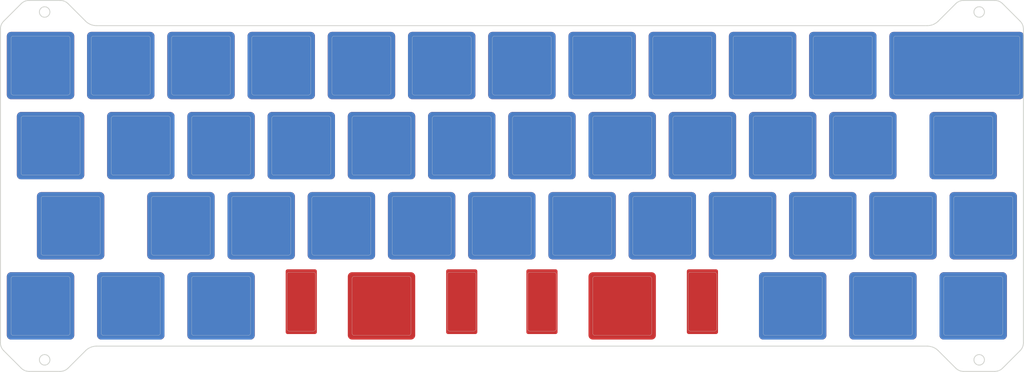
<source format=kicad_pcb>
(kicad_pcb (version 20171130) (host pcbnew "(5.1.4)-1")

  (general
    (thickness 1.6)
    (drawings 37)
    (tracks 0)
    (zones 0)
    (modules 44)
    (nets 1)
  )

  (page A4)
  (layers
    (0 F.Cu signal)
    (31 B.Cu signal)
    (32 B.Adhes user)
    (33 F.Adhes user)
    (34 B.Paste user)
    (35 F.Paste user)
    (36 B.SilkS user)
    (37 F.SilkS user)
    (38 B.Mask user)
    (39 F.Mask user)
    (40 Dwgs.User user)
    (41 Cmts.User user)
    (42 Eco1.User user)
    (43 Eco2.User user)
    (44 Edge.Cuts user)
    (45 Margin user)
    (46 B.CrtYd user)
    (47 F.CrtYd user)
    (48 B.Fab user)
    (49 F.Fab user)
  )

  (setup
    (last_trace_width 0.25)
    (trace_clearance 0.2)
    (zone_clearance 0.508)
    (zone_45_only no)
    (trace_min 0.2)
    (via_size 0.8)
    (via_drill 0.4)
    (via_min_size 0.4)
    (via_min_drill 0.3)
    (uvia_size 0.3)
    (uvia_drill 0.1)
    (uvias_allowed no)
    (uvia_min_size 0.2)
    (uvia_min_drill 0.1)
    (edge_width 0.05)
    (segment_width 0.2)
    (pcb_text_width 0.3)
    (pcb_text_size 1.5 1.5)
    (mod_edge_width 0.12)
    (mod_text_size 1 1)
    (mod_text_width 0.15)
    (pad_size 1.524 1.524)
    (pad_drill 0.762)
    (pad_to_mask_clearance 0.051)
    (solder_mask_min_width 0.25)
    (aux_axis_origin 0 0)
    (grid_origin 22.2236 24.6047)
    (visible_elements 7FFFEFFF)
    (pcbplotparams
      (layerselection 0x010c0_ffffffff)
      (usegerberextensions false)
      (usegerberattributes false)
      (usegerberadvancedattributes false)
      (creategerberjobfile false)
      (excludeedgelayer true)
      (linewidth 0.100000)
      (plotframeref false)
      (viasonmask false)
      (mode 1)
      (useauxorigin false)
      (hpglpennumber 1)
      (hpglpenspeed 20)
      (hpglpendiameter 15.000000)
      (psnegative false)
      (psa4output false)
      (plotreference true)
      (plotvalue true)
      (plotinvisibletext false)
      (padsonsilk false)
      (subtractmaskfromsilk false)
      (outputformat 1)
      (mirror false)
      (drillshape 0)
      (scaleselection 1)
      (outputdirectory "./"))
  )

  (net 0 "")

  (net_class Default "This is the default net class."
    (clearance 0.2)
    (trace_width 0.25)
    (via_dia 0.8)
    (via_drill 0.4)
    (uvia_dia 0.3)
    (uvia_drill 0.1)
  )

  (module Keybage_MX_Cutout:MX_Cutout_1.75u_enc (layer F.Cu) (tedit 6052B467) (tstamp 5FE06496)
    (at 238.9037 24.6047)
    (fp_text reference REF** (at 0.25 10.05) (layer Eco2.User) hide
      (effects (font (size 1 1) (thickness 0.15)))
    )
    (fp_text value MX_Cutout_1.75u_enc (at 0 -15.24) (layer F.Fab) hide
      (effects (font (size 1 1) (thickness 0.15)))
    )
    (fp_line (start 16.66875 -9.525) (end 16.66875 9.525) (layer Dwgs.User) (width 0.15))
    (fp_line (start 16.66875 9.525) (end -16.66875 9.525) (layer Dwgs.User) (width 0.15))
    (fp_line (start -16.66875 9.525) (end -16.66875 -9.525) (layer Dwgs.User) (width 0.15))
    (fp_line (start -16.66875 -9.525) (end 16.66875 -9.525) (layer Dwgs.User) (width 0.15))
    (fp_line (start 15.33125 -7) (end -13.64375 -7) (layer Edge.Cuts) (width 0.05))
    (fp_line (start -14.14375 -6.5) (end -14.14375 6.5) (layer Edge.Cuts) (width 0.05))
    (fp_line (start -13.64375 7) (end 15.33125 7) (layer Edge.Cuts) (width 0.05))
    (fp_line (start 15.83125 6.5) (end 15.83125 -6.5) (layer Edge.Cuts) (width 0.05))
    (fp_arc (start 15.33125 -6.5) (end 15.83125 -6.5) (angle -90) (layer Edge.Cuts) (width 0.05))
    (fp_arc (start -13.64375 -6.5) (end -13.64375 -7) (angle -90) (layer Edge.Cuts) (width 0.05))
    (fp_arc (start -13.64375 6.5) (end -14.14375 6.5) (angle -90) (layer Edge.Cuts) (width 0.05))
    (fp_arc (start 15.33125 6.5) (end 15.33125 7) (angle -90) (layer Edge.Cuts) (width 0.05))
    (pad 1 smd roundrect (at 0.84375 0 180) (size 31.975 16) (layers F.Cu F.Mask) (roundrect_rratio 0.063))
    (pad 1 smd roundrect (at 0.84375 0 180) (size 31.975 16) (layers B.Cu B.Mask) (roundrect_rratio 0.063))
  )

  (module Keybage_MX_Cutout:MX_Cutout_3u (layer F.Cu) (tedit 5FDFEB91) (tstamp 5FE05F07)
    (at 160.3274 81.7511 180)
    (fp_text reference REF** (at 0.25 10.05 180) (layer Eco2.User) hide
      (effects (font (size 1 1) (thickness 0.15)))
    )
    (fp_text value MX_Cutout_3u (at 0 -15.24 180) (layer F.Fab) hide
      (effects (font (size 1 1) (thickness 0.15)))
    )
    (fp_arc (start -16.175 -5.5) (end -15.675 -5.5) (angle -90) (layer Edge.Cuts) (width 0.05))
    (fp_arc (start -21.925 -5.5) (end -21.925 -6) (angle -90) (layer Edge.Cuts) (width 0.05))
    (fp_arc (start -21.925 7.5) (end -22.425 7.5) (angle -90) (layer Edge.Cuts) (width 0.05))
    (fp_arc (start -16.175 7.5) (end -16.175 8) (angle -90) (layer Edge.Cuts) (width 0.05))
    (fp_arc (start -6.5 -6.5) (end -6.5 -7) (angle -90) (layer Edge.Cuts) (width 0.05))
    (fp_arc (start -6.5 6.5) (end -7 6.5) (angle -90) (layer Edge.Cuts) (width 0.05))
    (fp_arc (start 6.5 6.5) (end 6.5 7) (angle -90) (layer Edge.Cuts) (width 0.05))
    (fp_arc (start 6.5 -6.5) (end 7 -6.5) (angle -90) (layer Edge.Cuts) (width 0.05))
    (fp_arc (start 21.925 -5.5) (end 22.425 -5.5) (angle -90) (layer Edge.Cuts) (width 0.05))
    (fp_arc (start 16.175 -5.5) (end 16.175 -6) (angle -90) (layer Edge.Cuts) (width 0.05))
    (fp_arc (start 16.175 7.5) (end 15.675 7.5) (angle -90) (layer Edge.Cuts) (width 0.05))
    (fp_arc (start 21.925 7.5) (end 21.925 8) (angle -90) (layer Edge.Cuts) (width 0.05))
    (fp_line (start -28.575 -9.525) (end -28.575 9.525) (layer Dwgs.User) (width 0.15))
    (fp_line (start -28.575 9.525) (end 28.575 9.525) (layer Dwgs.User) (width 0.15))
    (fp_line (start -28.575 -9.525) (end 28.575 -9.525) (layer Dwgs.User) (width 0.15))
    (fp_line (start 28.575 -9.525) (end 28.575 9.525) (layer Dwgs.User) (width 0.15))
    (fp_line (start -6.5 -7) (end 6.5 -7) (layer Edge.Cuts) (width 0.05))
    (fp_line (start 7 -6.5) (end 7 6.5) (layer Edge.Cuts) (width 0.05))
    (fp_line (start 6.5 7) (end -6.5 7) (layer Edge.Cuts) (width 0.05))
    (fp_line (start -7 6.5) (end -7 -6.5) (layer Edge.Cuts) (width 0.05))
    (fp_line (start -15.675 -5.5) (end -15.675 7.5) (layer Edge.Cuts) (width 0.05))
    (fp_line (start -16.175 8) (end -21.925 8) (layer Edge.Cuts) (width 0.05))
    (fp_line (start -22.425 7.5) (end -22.425 -5.5) (layer Edge.Cuts) (width 0.05))
    (fp_line (start -21.925 -6) (end -16.175 -6) (layer Edge.Cuts) (width 0.05))
    (fp_line (start 22.425 -5.5) (end 22.425 7.5) (layer Edge.Cuts) (width 0.05))
    (fp_line (start 21.925 8) (end 16.175 8) (layer Edge.Cuts) (width 0.05))
    (fp_line (start 15.675 7.5) (end 15.675 -5.5) (layer Edge.Cuts) (width 0.05))
    (fp_line (start 16.175 -6) (end 21.925 -6) (layer Edge.Cuts) (width 0.05))
    (pad 1 smd roundrect (at 0 0) (size 16 16) (layers F.Cu F.Mask) (roundrect_rratio 0.063))
    (pad 1 smd roundrect (at -19.05 1) (size 7.4 15.4) (layers F.Cu F.Mask) (roundrect_rratio 0.063))
    (pad 1 smd roundrect (at 19.05 1) (size 7.4 15.4) (layers F.Cu F.Mask) (roundrect_rratio 0.063))
  )

  (module Keybage_MX_Cutout:MX_Cutout_3u (layer F.Cu) (tedit 5FDFEB91) (tstamp 5FE05A71)
    (at 103.181 81.7511 180)
    (fp_text reference REF** (at 0.25 10.05 180) (layer Eco2.User) hide
      (effects (font (size 1 1) (thickness 0.15)))
    )
    (fp_text value MX_Cutout_3u (at 0 -15.24 180) (layer F.Fab) hide
      (effects (font (size 1 1) (thickness 0.15)))
    )
    (fp_arc (start -16.175 -5.5) (end -15.675 -5.5) (angle -90) (layer Edge.Cuts) (width 0.05))
    (fp_arc (start -21.925 -5.5) (end -21.925 -6) (angle -90) (layer Edge.Cuts) (width 0.05))
    (fp_arc (start -21.925 7.5) (end -22.425 7.5) (angle -90) (layer Edge.Cuts) (width 0.05))
    (fp_arc (start -16.175 7.5) (end -16.175 8) (angle -90) (layer Edge.Cuts) (width 0.05))
    (fp_arc (start -6.5 -6.5) (end -6.5 -7) (angle -90) (layer Edge.Cuts) (width 0.05))
    (fp_arc (start -6.5 6.5) (end -7 6.5) (angle -90) (layer Edge.Cuts) (width 0.05))
    (fp_arc (start 6.5 6.5) (end 6.5 7) (angle -90) (layer Edge.Cuts) (width 0.05))
    (fp_arc (start 6.5 -6.5) (end 7 -6.5) (angle -90) (layer Edge.Cuts) (width 0.05))
    (fp_arc (start 21.925 -5.5) (end 22.425 -5.5) (angle -90) (layer Edge.Cuts) (width 0.05))
    (fp_arc (start 16.175 -5.5) (end 16.175 -6) (angle -90) (layer Edge.Cuts) (width 0.05))
    (fp_arc (start 16.175 7.5) (end 15.675 7.5) (angle -90) (layer Edge.Cuts) (width 0.05))
    (fp_arc (start 21.925 7.5) (end 21.925 8) (angle -90) (layer Edge.Cuts) (width 0.05))
    (fp_line (start -28.575 -9.525) (end -28.575 9.525) (layer Dwgs.User) (width 0.15))
    (fp_line (start -28.575 9.525) (end 28.575 9.525) (layer Dwgs.User) (width 0.15))
    (fp_line (start -28.575 -9.525) (end 28.575 -9.525) (layer Dwgs.User) (width 0.15))
    (fp_line (start 28.575 -9.525) (end 28.575 9.525) (layer Dwgs.User) (width 0.15))
    (fp_line (start -6.5 -7) (end 6.5 -7) (layer Edge.Cuts) (width 0.05))
    (fp_line (start 7 -6.5) (end 7 6.5) (layer Edge.Cuts) (width 0.05))
    (fp_line (start 6.5 7) (end -6.5 7) (layer Edge.Cuts) (width 0.05))
    (fp_line (start -7 6.5) (end -7 -6.5) (layer Edge.Cuts) (width 0.05))
    (fp_line (start -15.675 -5.5) (end -15.675 7.5) (layer Edge.Cuts) (width 0.05))
    (fp_line (start -16.175 8) (end -21.925 8) (layer Edge.Cuts) (width 0.05))
    (fp_line (start -22.425 7.5) (end -22.425 -5.5) (layer Edge.Cuts) (width 0.05))
    (fp_line (start -21.925 -6) (end -16.175 -6) (layer Edge.Cuts) (width 0.05))
    (fp_line (start 22.425 -5.5) (end 22.425 7.5) (layer Edge.Cuts) (width 0.05))
    (fp_line (start 21.925 8) (end 16.175 8) (layer Edge.Cuts) (width 0.05))
    (fp_line (start 15.675 7.5) (end 15.675 -5.5) (layer Edge.Cuts) (width 0.05))
    (fp_line (start 16.175 -6) (end 21.925 -6) (layer Edge.Cuts) (width 0.05))
    (pad 1 smd roundrect (at 0 0) (size 16 16) (layers F.Cu F.Mask) (roundrect_rratio 0.063))
    (pad 1 smd roundrect (at -19.05 1) (size 7.4 15.4) (layers F.Cu F.Mask) (roundrect_rratio 0.063))
    (pad 1 smd roundrect (at 19.05 1) (size 7.4 15.4) (layers F.Cu F.Mask) (roundrect_rratio 0.063))
  )

  (module Keybage_MX_Cutout:MX_Cutout_1.5u (layer F.Cu) (tedit 5F05689C) (tstamp 5FE05508)
    (at 241.2848 43.6535)
    (fp_text reference REF** (at 0.25 10.05) (layer Eco2.User) hide
      (effects (font (size 1 1) (thickness 0.15)))
    )
    (fp_text value MX_Cutout_1.5u (at 0 -15.24) (layer F.Fab) hide
      (effects (font (size 1 1) (thickness 0.15)))
    )
    (fp_arc (start 6.5 -6.5) (end 7 -6.5) (angle -90) (layer Edge.Cuts) (width 0.05))
    (fp_arc (start -6.5 -6.5) (end -6.5 -7) (angle -90) (layer Edge.Cuts) (width 0.05))
    (fp_arc (start -6.5 6.5) (end -7 6.5) (angle -90) (layer Edge.Cuts) (width 0.05))
    (fp_arc (start 6.5 6.5) (end 6.5 7) (angle -90) (layer Edge.Cuts) (width 0.05))
    (fp_line (start 7 6.5) (end 7 -6.5) (layer Edge.Cuts) (width 0.05))
    (fp_line (start -6.5 7) (end 6.5 7) (layer Edge.Cuts) (width 0.05))
    (fp_line (start -7 -6.5) (end -7 6.5) (layer Edge.Cuts) (width 0.05))
    (fp_line (start 6.5 -7) (end -6.5 -7) (layer Edge.Cuts) (width 0.05))
    (fp_line (start -14.2875 -9.525) (end 14.2875 -9.525) (layer Dwgs.User) (width 0.15))
    (fp_line (start -14.2875 9.525) (end -14.2875 -9.525) (layer Dwgs.User) (width 0.15))
    (fp_line (start 14.2875 9.525) (end -14.2875 9.525) (layer Dwgs.User) (width 0.15))
    (fp_line (start 14.2875 -9.525) (end 14.2875 9.525) (layer Dwgs.User) (width 0.15))
    (pad 1 smd roundrect (at 0 0 180) (size 16 16) (layers F.Cu F.Mask) (roundrect_rratio 0.063))
    (pad 1 smd roundrect (at 0 0 180) (size 16 16) (layers B.Cu B.Mask) (roundrect_rratio 0.063))
  )

  (module Keybage_MX_Cutout:MX_Cutout_1.25u (layer F.Cu) (tedit 5F056825) (tstamp 5FE05398)
    (at 243.6659 81.7511)
    (fp_text reference REF** (at 0.25 10.05) (layer Eco2.User) hide
      (effects (font (size 1 1) (thickness 0.15)))
    )
    (fp_text value MX_Cutout_1.25u (at 0 -15.24) (layer F.Fab) hide
      (effects (font (size 1 1) (thickness 0.15)))
    )
    (fp_line (start 7 6.5) (end 7 -6.5) (layer Edge.Cuts) (width 0.05))
    (fp_line (start -6.5 7) (end 6.5 7) (layer Edge.Cuts) (width 0.05))
    (fp_line (start -7 -6.5) (end -7 6.5) (layer Edge.Cuts) (width 0.05))
    (fp_line (start 6.5 -7) (end -6.5 -7) (layer Edge.Cuts) (width 0.05))
    (fp_line (start -11.90625 -9.525) (end 11.90625 -9.525) (layer Dwgs.User) (width 0.15))
    (fp_line (start -11.90625 9.525) (end -11.90625 -9.525) (layer Dwgs.User) (width 0.15))
    (fp_line (start 11.90625 9.525) (end -11.90625 9.525) (layer Dwgs.User) (width 0.15))
    (fp_line (start 11.90625 -9.525) (end 11.90625 9.525) (layer Dwgs.User) (width 0.15))
    (fp_arc (start 6.5 -6.5) (end 7 -6.5) (angle -90) (layer Edge.Cuts) (width 0.05))
    (fp_arc (start -6.5 -6.5) (end -6.5 -7) (angle -90) (layer Edge.Cuts) (width 0.05))
    (fp_arc (start -6.5 6.5) (end -7 6.5) (angle -90) (layer Edge.Cuts) (width 0.05))
    (fp_arc (start 6.5 6.5) (end 6.5 7) (angle -90) (layer Edge.Cuts) (width 0.05))
    (pad 1 smd roundrect (at 0 0 180) (size 16 16) (layers F.Cu F.Mask) (roundrect_rratio 0.063))
    (pad 1 smd roundrect (at 0 0 180) (size 16 16) (layers B.Cu B.Mask) (roundrect_rratio 0.063))
  )

  (module Keybage_MX_Cutout:MX_Cutout_1.25u (layer F.Cu) (tedit 5F056825) (tstamp 5FE05353)
    (at 200.8061 81.7511)
    (fp_text reference REF** (at 0.25 10.05) (layer Eco2.User) hide
      (effects (font (size 1 1) (thickness 0.15)))
    )
    (fp_text value MX_Cutout_1.25u (at 0 -15.24) (layer F.Fab) hide
      (effects (font (size 1 1) (thickness 0.15)))
    )
    (fp_line (start 7 6.5) (end 7 -6.5) (layer Edge.Cuts) (width 0.05))
    (fp_line (start -6.5 7) (end 6.5 7) (layer Edge.Cuts) (width 0.05))
    (fp_line (start -7 -6.5) (end -7 6.5) (layer Edge.Cuts) (width 0.05))
    (fp_line (start 6.5 -7) (end -6.5 -7) (layer Edge.Cuts) (width 0.05))
    (fp_line (start -11.90625 -9.525) (end 11.90625 -9.525) (layer Dwgs.User) (width 0.15))
    (fp_line (start -11.90625 9.525) (end -11.90625 -9.525) (layer Dwgs.User) (width 0.15))
    (fp_line (start 11.90625 9.525) (end -11.90625 9.525) (layer Dwgs.User) (width 0.15))
    (fp_line (start 11.90625 -9.525) (end 11.90625 9.525) (layer Dwgs.User) (width 0.15))
    (fp_arc (start 6.5 -6.5) (end 7 -6.5) (angle -90) (layer Edge.Cuts) (width 0.05))
    (fp_arc (start -6.5 -6.5) (end -6.5 -7) (angle -90) (layer Edge.Cuts) (width 0.05))
    (fp_arc (start -6.5 6.5) (end -7 6.5) (angle -90) (layer Edge.Cuts) (width 0.05))
    (fp_arc (start 6.5 6.5) (end 6.5 7) (angle -90) (layer Edge.Cuts) (width 0.05))
    (pad 1 smd roundrect (at 0 0 180) (size 16 16) (layers F.Cu F.Mask) (roundrect_rratio 0.063))
    (pad 1 smd roundrect (at 0 0 180) (size 16 16) (layers B.Cu B.Mask) (roundrect_rratio 0.063))
  )

  (module Keybage_MX_Cutout:MX_Cutout_1.25u (layer F.Cu) (tedit 5F056825) (tstamp 5FE0530E)
    (at 43.6535 81.7511)
    (fp_text reference REF** (at 0.25 10.05) (layer Eco2.User) hide
      (effects (font (size 1 1) (thickness 0.15)))
    )
    (fp_text value MX_Cutout_1.25u (at 0 -15.24) (layer F.Fab) hide
      (effects (font (size 1 1) (thickness 0.15)))
    )
    (fp_line (start 7 6.5) (end 7 -6.5) (layer Edge.Cuts) (width 0.05))
    (fp_line (start -6.5 7) (end 6.5 7) (layer Edge.Cuts) (width 0.05))
    (fp_line (start -7 -6.5) (end -7 6.5) (layer Edge.Cuts) (width 0.05))
    (fp_line (start 6.5 -7) (end -6.5 -7) (layer Edge.Cuts) (width 0.05))
    (fp_line (start -11.90625 -9.525) (end 11.90625 -9.525) (layer Dwgs.User) (width 0.15))
    (fp_line (start -11.90625 9.525) (end -11.90625 -9.525) (layer Dwgs.User) (width 0.15))
    (fp_line (start 11.90625 9.525) (end -11.90625 9.525) (layer Dwgs.User) (width 0.15))
    (fp_line (start 11.90625 -9.525) (end 11.90625 9.525) (layer Dwgs.User) (width 0.15))
    (fp_arc (start 6.5 -6.5) (end 7 -6.5) (angle -90) (layer Edge.Cuts) (width 0.05))
    (fp_arc (start -6.5 -6.5) (end -6.5 -7) (angle -90) (layer Edge.Cuts) (width 0.05))
    (fp_arc (start -6.5 6.5) (end -7 6.5) (angle -90) (layer Edge.Cuts) (width 0.05))
    (fp_arc (start 6.5 6.5) (end 6.5 7) (angle -90) (layer Edge.Cuts) (width 0.05))
    (pad 1 smd roundrect (at 0 0 180) (size 16 16) (layers F.Cu F.Mask) (roundrect_rratio 0.063))
    (pad 1 smd roundrect (at 0 0 180) (size 16 16) (layers B.Cu B.Mask) (roundrect_rratio 0.063))
  )

  (module Keybage_MX_Cutout:MX_Cutout_1.75u (layer F.Cu) (tedit 5F056945) (tstamp 5FE052A7)
    (at 29.3669 62.7023)
    (fp_text reference REF** (at 0.25 10.05) (layer Eco2.User) hide
      (effects (font (size 1 1) (thickness 0.15)))
    )
    (fp_text value MX_Cutout_1.75u (at 0 -15.24) (layer F.Fab) hide
      (effects (font (size 1 1) (thickness 0.15)))
    )
    (fp_arc (start 6.5 6.5) (end 6.5 7) (angle -90) (layer Edge.Cuts) (width 0.05))
    (fp_arc (start -6.5 6.5) (end -7 6.5) (angle -90) (layer Edge.Cuts) (width 0.05))
    (fp_arc (start -6.5 -6.5) (end -6.5 -7) (angle -90) (layer Edge.Cuts) (width 0.05))
    (fp_arc (start 6.5 -6.5) (end 7 -6.5) (angle -90) (layer Edge.Cuts) (width 0.05))
    (fp_line (start 7 6.5) (end 7 -6.5) (layer Edge.Cuts) (width 0.05))
    (fp_line (start -6.5 7) (end 6.5 7) (layer Edge.Cuts) (width 0.05))
    (fp_line (start -7 -6.5) (end -7 6.5) (layer Edge.Cuts) (width 0.05))
    (fp_line (start 6.5 -7) (end -6.5 -7) (layer Edge.Cuts) (width 0.05))
    (fp_line (start -16.66875 -9.525) (end 16.66875 -9.525) (layer Dwgs.User) (width 0.15))
    (fp_line (start -16.66875 9.525) (end -16.66875 -9.525) (layer Dwgs.User) (width 0.15))
    (fp_line (start 16.66875 9.525) (end -16.66875 9.525) (layer Dwgs.User) (width 0.15))
    (fp_line (start 16.66875 -9.525) (end 16.66875 9.525) (layer Dwgs.User) (width 0.15))
    (pad 1 smd roundrect (at 0 0 180) (size 16 16) (layers B.Cu B.Mask) (roundrect_rratio 0.063))
    (pad 1 smd roundrect (at 0 0 180) (size 16 16) (layers F.Cu F.Mask) (roundrect_rratio 0.063))
  )

  (module Keybage_MX_Cutout:MX_Cutout_1.25u (layer F.Cu) (tedit 5F056825) (tstamp 5FE05115)
    (at 24.6047 43.6535)
    (fp_text reference REF** (at 0.25 10.05) (layer Eco2.User) hide
      (effects (font (size 1 1) (thickness 0.15)))
    )
    (fp_text value MX_Cutout_1.25u (at 0 -15.24) (layer F.Fab) hide
      (effects (font (size 1 1) (thickness 0.15)))
    )
    (fp_line (start 7 6.5) (end 7 -6.5) (layer Edge.Cuts) (width 0.05))
    (fp_line (start -6.5 7) (end 6.5 7) (layer Edge.Cuts) (width 0.05))
    (fp_line (start -7 -6.5) (end -7 6.5) (layer Edge.Cuts) (width 0.05))
    (fp_line (start 6.5 -7) (end -6.5 -7) (layer Edge.Cuts) (width 0.05))
    (fp_line (start -11.90625 -9.525) (end 11.90625 -9.525) (layer Dwgs.User) (width 0.15))
    (fp_line (start -11.90625 9.525) (end -11.90625 -9.525) (layer Dwgs.User) (width 0.15))
    (fp_line (start 11.90625 9.525) (end -11.90625 9.525) (layer Dwgs.User) (width 0.15))
    (fp_line (start 11.90625 -9.525) (end 11.90625 9.525) (layer Dwgs.User) (width 0.15))
    (fp_arc (start 6.5 -6.5) (end 7 -6.5) (angle -90) (layer Edge.Cuts) (width 0.05))
    (fp_arc (start -6.5 -6.5) (end -6.5 -7) (angle -90) (layer Edge.Cuts) (width 0.05))
    (fp_arc (start -6.5 6.5) (end -7 6.5) (angle -90) (layer Edge.Cuts) (width 0.05))
    (fp_arc (start 6.5 6.5) (end 6.5 7) (angle -90) (layer Edge.Cuts) (width 0.05))
    (pad 1 smd roundrect (at 0 0 180) (size 16 16) (layers F.Cu F.Mask) (roundrect_rratio 0.063))
    (pad 1 smd roundrect (at 0 0 180) (size 16 16) (layers B.Cu B.Mask) (roundrect_rratio 0.063))
  )

  (module Keybage_MX_Cutout:MX_Cutout_1u (layer F.Cu) (tedit 5F0566A3) (tstamp 5FE04F31)
    (at 222.236 81.7511)
    (fp_text reference REF** (at 0.25 10.05) (layer Eco2.User) hide
      (effects (font (size 1 1) (thickness 0.15)))
    )
    (fp_text value MX_Cutout_1u (at 0 -15.24) (layer F.Fab) hide
      (effects (font (size 1 1) (thickness 0.15)))
    )
    (fp_arc (start 6.5 6.5) (end 6.5 7) (angle -90) (layer Edge.Cuts) (width 0.05))
    (fp_arc (start -6.5 6.5) (end -7 6.5) (angle -90) (layer Edge.Cuts) (width 0.05))
    (fp_arc (start -6.5 -6.5) (end -6.5 -7) (angle -90) (layer Edge.Cuts) (width 0.05))
    (fp_arc (start 6.5 -6.5) (end 7 -6.5) (angle -90) (layer Edge.Cuts) (width 0.05))
    (fp_line (start 7 6.5) (end 7 -6.5) (layer Edge.Cuts) (width 0.05))
    (fp_line (start -6.5 7) (end 6.5 7) (layer Edge.Cuts) (width 0.05))
    (fp_line (start -7 -6.5) (end -7 6.5) (layer Edge.Cuts) (width 0.05))
    (fp_line (start 6.5 -7) (end -6.5 -7) (layer Edge.Cuts) (width 0.05))
    (fp_line (start -9.525 -9.525) (end 9.525 -9.525) (layer Dwgs.User) (width 0.15))
    (fp_line (start -9.525 9.525) (end -9.525 -9.525) (layer Dwgs.User) (width 0.15))
    (fp_line (start 9.525 9.525) (end -9.525 9.525) (layer Dwgs.User) (width 0.15))
    (fp_line (start 9.525 -9.525) (end 9.525 9.525) (layer Dwgs.User) (width 0.15))
    (pad 1 smd roundrect (at 0 0 180) (size 16 16) (layers B.Cu B.Mask) (roundrect_rratio 0.063))
    (pad 1 smd roundrect (at 0 0 180) (size 16 16) (layers F.Cu F.Mask) (roundrect_rratio 0.063))
  )

  (module Keybage_MX_Cutout:MX_Cutout_1u (layer F.Cu) (tedit 5F0566A3) (tstamp 5FE04EEC)
    (at 65.0834 81.7511)
    (fp_text reference REF** (at 0.25 10.05) (layer Eco2.User) hide
      (effects (font (size 1 1) (thickness 0.15)))
    )
    (fp_text value MX_Cutout_1u (at 0 -15.24) (layer F.Fab) hide
      (effects (font (size 1 1) (thickness 0.15)))
    )
    (fp_arc (start 6.5 6.5) (end 6.5 7) (angle -90) (layer Edge.Cuts) (width 0.05))
    (fp_arc (start -6.5 6.5) (end -7 6.5) (angle -90) (layer Edge.Cuts) (width 0.05))
    (fp_arc (start -6.5 -6.5) (end -6.5 -7) (angle -90) (layer Edge.Cuts) (width 0.05))
    (fp_arc (start 6.5 -6.5) (end 7 -6.5) (angle -90) (layer Edge.Cuts) (width 0.05))
    (fp_line (start 7 6.5) (end 7 -6.5) (layer Edge.Cuts) (width 0.05))
    (fp_line (start -6.5 7) (end 6.5 7) (layer Edge.Cuts) (width 0.05))
    (fp_line (start -7 -6.5) (end -7 6.5) (layer Edge.Cuts) (width 0.05))
    (fp_line (start 6.5 -7) (end -6.5 -7) (layer Edge.Cuts) (width 0.05))
    (fp_line (start -9.525 -9.525) (end 9.525 -9.525) (layer Dwgs.User) (width 0.15))
    (fp_line (start -9.525 9.525) (end -9.525 -9.525) (layer Dwgs.User) (width 0.15))
    (fp_line (start 9.525 9.525) (end -9.525 9.525) (layer Dwgs.User) (width 0.15))
    (fp_line (start 9.525 -9.525) (end 9.525 9.525) (layer Dwgs.User) (width 0.15))
    (pad 1 smd roundrect (at 0 0 180) (size 16 16) (layers B.Cu B.Mask) (roundrect_rratio 0.063))
    (pad 1 smd roundrect (at 0 0 180) (size 16 16) (layers F.Cu F.Mask) (roundrect_rratio 0.063))
  )

  (module Keybage_MX_Cutout:MX_Cutout_1u (layer F.Cu) (tedit 5F0566A3) (tstamp 5FE04EA7)
    (at 22.2236 81.7511)
    (fp_text reference REF** (at 0.25 10.05) (layer Eco2.User) hide
      (effects (font (size 1 1) (thickness 0.15)))
    )
    (fp_text value MX_Cutout_1u (at 0 -15.24) (layer F.Fab) hide
      (effects (font (size 1 1) (thickness 0.15)))
    )
    (fp_arc (start 6.5 6.5) (end 6.5 7) (angle -90) (layer Edge.Cuts) (width 0.05))
    (fp_arc (start -6.5 6.5) (end -7 6.5) (angle -90) (layer Edge.Cuts) (width 0.05))
    (fp_arc (start -6.5 -6.5) (end -6.5 -7) (angle -90) (layer Edge.Cuts) (width 0.05))
    (fp_arc (start 6.5 -6.5) (end 7 -6.5) (angle -90) (layer Edge.Cuts) (width 0.05))
    (fp_line (start 7 6.5) (end 7 -6.5) (layer Edge.Cuts) (width 0.05))
    (fp_line (start -6.5 7) (end 6.5 7) (layer Edge.Cuts) (width 0.05))
    (fp_line (start -7 -6.5) (end -7 6.5) (layer Edge.Cuts) (width 0.05))
    (fp_line (start 6.5 -7) (end -6.5 -7) (layer Edge.Cuts) (width 0.05))
    (fp_line (start -9.525 -9.525) (end 9.525 -9.525) (layer Dwgs.User) (width 0.15))
    (fp_line (start -9.525 9.525) (end -9.525 -9.525) (layer Dwgs.User) (width 0.15))
    (fp_line (start 9.525 9.525) (end -9.525 9.525) (layer Dwgs.User) (width 0.15))
    (fp_line (start 9.525 -9.525) (end 9.525 9.525) (layer Dwgs.User) (width 0.15))
    (pad 1 smd roundrect (at 0 0 180) (size 16 16) (layers B.Cu B.Mask) (roundrect_rratio 0.063))
    (pad 1 smd roundrect (at 0 0 180) (size 16 16) (layers F.Cu F.Mask) (roundrect_rratio 0.063))
  )

  (module Keybage_MX_Cutout:MX_Cutout_1u (layer F.Cu) (tedit 5F0566A3) (tstamp 5FE04E62)
    (at 55.559 62.7023)
    (fp_text reference REF** (at 0.25 10.05) (layer Eco2.User) hide
      (effects (font (size 1 1) (thickness 0.15)))
    )
    (fp_text value MX_Cutout_1u (at 0 -15.24) (layer F.Fab) hide
      (effects (font (size 1 1) (thickness 0.15)))
    )
    (fp_arc (start 6.5 6.5) (end 6.5 7) (angle -90) (layer Edge.Cuts) (width 0.05))
    (fp_arc (start -6.5 6.5) (end -7 6.5) (angle -90) (layer Edge.Cuts) (width 0.05))
    (fp_arc (start -6.5 -6.5) (end -6.5 -7) (angle -90) (layer Edge.Cuts) (width 0.05))
    (fp_arc (start 6.5 -6.5) (end 7 -6.5) (angle -90) (layer Edge.Cuts) (width 0.05))
    (fp_line (start 7 6.5) (end 7 -6.5) (layer Edge.Cuts) (width 0.05))
    (fp_line (start -6.5 7) (end 6.5 7) (layer Edge.Cuts) (width 0.05))
    (fp_line (start -7 -6.5) (end -7 6.5) (layer Edge.Cuts) (width 0.05))
    (fp_line (start 6.5 -7) (end -6.5 -7) (layer Edge.Cuts) (width 0.05))
    (fp_line (start -9.525 -9.525) (end 9.525 -9.525) (layer Dwgs.User) (width 0.15))
    (fp_line (start -9.525 9.525) (end -9.525 -9.525) (layer Dwgs.User) (width 0.15))
    (fp_line (start 9.525 9.525) (end -9.525 9.525) (layer Dwgs.User) (width 0.15))
    (fp_line (start 9.525 -9.525) (end 9.525 9.525) (layer Dwgs.User) (width 0.15))
    (pad 1 smd roundrect (at 0 0 180) (size 16 16) (layers B.Cu B.Mask) (roundrect_rratio 0.063))
    (pad 1 smd roundrect (at 0 0 180) (size 16 16) (layers F.Cu F.Mask) (roundrect_rratio 0.063))
  )

  (module Keybage_MX_Cutout:MX_Cutout_1u (layer F.Cu) (tedit 5F0566A3) (tstamp 5FE04E1D)
    (at 74.6078 62.7023)
    (fp_text reference REF** (at 0.25 10.05) (layer Eco2.User) hide
      (effects (font (size 1 1) (thickness 0.15)))
    )
    (fp_text value MX_Cutout_1u (at 0 -15.24) (layer F.Fab) hide
      (effects (font (size 1 1) (thickness 0.15)))
    )
    (fp_arc (start 6.5 6.5) (end 6.5 7) (angle -90) (layer Edge.Cuts) (width 0.05))
    (fp_arc (start -6.5 6.5) (end -7 6.5) (angle -90) (layer Edge.Cuts) (width 0.05))
    (fp_arc (start -6.5 -6.5) (end -6.5 -7) (angle -90) (layer Edge.Cuts) (width 0.05))
    (fp_arc (start 6.5 -6.5) (end 7 -6.5) (angle -90) (layer Edge.Cuts) (width 0.05))
    (fp_line (start 7 6.5) (end 7 -6.5) (layer Edge.Cuts) (width 0.05))
    (fp_line (start -6.5 7) (end 6.5 7) (layer Edge.Cuts) (width 0.05))
    (fp_line (start -7 -6.5) (end -7 6.5) (layer Edge.Cuts) (width 0.05))
    (fp_line (start 6.5 -7) (end -6.5 -7) (layer Edge.Cuts) (width 0.05))
    (fp_line (start -9.525 -9.525) (end 9.525 -9.525) (layer Dwgs.User) (width 0.15))
    (fp_line (start -9.525 9.525) (end -9.525 -9.525) (layer Dwgs.User) (width 0.15))
    (fp_line (start 9.525 9.525) (end -9.525 9.525) (layer Dwgs.User) (width 0.15))
    (fp_line (start 9.525 -9.525) (end 9.525 9.525) (layer Dwgs.User) (width 0.15))
    (pad 1 smd roundrect (at 0 0 180) (size 16 16) (layers B.Cu B.Mask) (roundrect_rratio 0.063))
    (pad 1 smd roundrect (at 0 0 180) (size 16 16) (layers F.Cu F.Mask) (roundrect_rratio 0.063))
  )

  (module Keybage_MX_Cutout:MX_Cutout_1u (layer F.Cu) (tedit 5F0566A3) (tstamp 5FE04DD8)
    (at 93.6566 62.7023)
    (fp_text reference REF** (at 0.25 10.05) (layer Eco2.User) hide
      (effects (font (size 1 1) (thickness 0.15)))
    )
    (fp_text value MX_Cutout_1u (at 0 -15.24) (layer F.Fab) hide
      (effects (font (size 1 1) (thickness 0.15)))
    )
    (fp_arc (start 6.5 6.5) (end 6.5 7) (angle -90) (layer Edge.Cuts) (width 0.05))
    (fp_arc (start -6.5 6.5) (end -7 6.5) (angle -90) (layer Edge.Cuts) (width 0.05))
    (fp_arc (start -6.5 -6.5) (end -6.5 -7) (angle -90) (layer Edge.Cuts) (width 0.05))
    (fp_arc (start 6.5 -6.5) (end 7 -6.5) (angle -90) (layer Edge.Cuts) (width 0.05))
    (fp_line (start 7 6.5) (end 7 -6.5) (layer Edge.Cuts) (width 0.05))
    (fp_line (start -6.5 7) (end 6.5 7) (layer Edge.Cuts) (width 0.05))
    (fp_line (start -7 -6.5) (end -7 6.5) (layer Edge.Cuts) (width 0.05))
    (fp_line (start 6.5 -7) (end -6.5 -7) (layer Edge.Cuts) (width 0.05))
    (fp_line (start -9.525 -9.525) (end 9.525 -9.525) (layer Dwgs.User) (width 0.15))
    (fp_line (start -9.525 9.525) (end -9.525 -9.525) (layer Dwgs.User) (width 0.15))
    (fp_line (start 9.525 9.525) (end -9.525 9.525) (layer Dwgs.User) (width 0.15))
    (fp_line (start 9.525 -9.525) (end 9.525 9.525) (layer Dwgs.User) (width 0.15))
    (pad 1 smd roundrect (at 0 0 180) (size 16 16) (layers B.Cu B.Mask) (roundrect_rratio 0.063))
    (pad 1 smd roundrect (at 0 0 180) (size 16 16) (layers F.Cu F.Mask) (roundrect_rratio 0.063))
  )

  (module Keybage_MX_Cutout:MX_Cutout_1u (layer F.Cu) (tedit 5F0566A3) (tstamp 5FE04D93)
    (at 112.7054 62.7023)
    (fp_text reference REF** (at 0.25 10.05) (layer Eco2.User) hide
      (effects (font (size 1 1) (thickness 0.15)))
    )
    (fp_text value MX_Cutout_1u (at 0 -15.24) (layer F.Fab) hide
      (effects (font (size 1 1) (thickness 0.15)))
    )
    (fp_arc (start 6.5 6.5) (end 6.5 7) (angle -90) (layer Edge.Cuts) (width 0.05))
    (fp_arc (start -6.5 6.5) (end -7 6.5) (angle -90) (layer Edge.Cuts) (width 0.05))
    (fp_arc (start -6.5 -6.5) (end -6.5 -7) (angle -90) (layer Edge.Cuts) (width 0.05))
    (fp_arc (start 6.5 -6.5) (end 7 -6.5) (angle -90) (layer Edge.Cuts) (width 0.05))
    (fp_line (start 7 6.5) (end 7 -6.5) (layer Edge.Cuts) (width 0.05))
    (fp_line (start -6.5 7) (end 6.5 7) (layer Edge.Cuts) (width 0.05))
    (fp_line (start -7 -6.5) (end -7 6.5) (layer Edge.Cuts) (width 0.05))
    (fp_line (start 6.5 -7) (end -6.5 -7) (layer Edge.Cuts) (width 0.05))
    (fp_line (start -9.525 -9.525) (end 9.525 -9.525) (layer Dwgs.User) (width 0.15))
    (fp_line (start -9.525 9.525) (end -9.525 -9.525) (layer Dwgs.User) (width 0.15))
    (fp_line (start 9.525 9.525) (end -9.525 9.525) (layer Dwgs.User) (width 0.15))
    (fp_line (start 9.525 -9.525) (end 9.525 9.525) (layer Dwgs.User) (width 0.15))
    (pad 1 smd roundrect (at 0 0 180) (size 16 16) (layers B.Cu B.Mask) (roundrect_rratio 0.063))
    (pad 1 smd roundrect (at 0 0 180) (size 16 16) (layers F.Cu F.Mask) (roundrect_rratio 0.063))
  )

  (module Keybage_MX_Cutout:MX_Cutout_1u (layer F.Cu) (tedit 5F0566A3) (tstamp 5FE04D4E)
    (at 131.7542 62.7023)
    (fp_text reference REF** (at 0.25 10.05) (layer Eco2.User) hide
      (effects (font (size 1 1) (thickness 0.15)))
    )
    (fp_text value MX_Cutout_1u (at 0 -15.24) (layer F.Fab) hide
      (effects (font (size 1 1) (thickness 0.15)))
    )
    (fp_arc (start 6.5 6.5) (end 6.5 7) (angle -90) (layer Edge.Cuts) (width 0.05))
    (fp_arc (start -6.5 6.5) (end -7 6.5) (angle -90) (layer Edge.Cuts) (width 0.05))
    (fp_arc (start -6.5 -6.5) (end -6.5 -7) (angle -90) (layer Edge.Cuts) (width 0.05))
    (fp_arc (start 6.5 -6.5) (end 7 -6.5) (angle -90) (layer Edge.Cuts) (width 0.05))
    (fp_line (start 7 6.5) (end 7 -6.5) (layer Edge.Cuts) (width 0.05))
    (fp_line (start -6.5 7) (end 6.5 7) (layer Edge.Cuts) (width 0.05))
    (fp_line (start -7 -6.5) (end -7 6.5) (layer Edge.Cuts) (width 0.05))
    (fp_line (start 6.5 -7) (end -6.5 -7) (layer Edge.Cuts) (width 0.05))
    (fp_line (start -9.525 -9.525) (end 9.525 -9.525) (layer Dwgs.User) (width 0.15))
    (fp_line (start -9.525 9.525) (end -9.525 -9.525) (layer Dwgs.User) (width 0.15))
    (fp_line (start 9.525 9.525) (end -9.525 9.525) (layer Dwgs.User) (width 0.15))
    (fp_line (start 9.525 -9.525) (end 9.525 9.525) (layer Dwgs.User) (width 0.15))
    (pad 1 smd roundrect (at 0 0 180) (size 16 16) (layers B.Cu B.Mask) (roundrect_rratio 0.063))
    (pad 1 smd roundrect (at 0 0 180) (size 16 16) (layers F.Cu F.Mask) (roundrect_rratio 0.063))
  )

  (module Keybage_MX_Cutout:MX_Cutout_1u (layer F.Cu) (tedit 5F0566A3) (tstamp 5FE04D09)
    (at 150.803 62.7023)
    (fp_text reference REF** (at 0.25 10.05) (layer Eco2.User) hide
      (effects (font (size 1 1) (thickness 0.15)))
    )
    (fp_text value MX_Cutout_1u (at 0 -15.24) (layer F.Fab) hide
      (effects (font (size 1 1) (thickness 0.15)))
    )
    (fp_arc (start 6.5 6.5) (end 6.5 7) (angle -90) (layer Edge.Cuts) (width 0.05))
    (fp_arc (start -6.5 6.5) (end -7 6.5) (angle -90) (layer Edge.Cuts) (width 0.05))
    (fp_arc (start -6.5 -6.5) (end -6.5 -7) (angle -90) (layer Edge.Cuts) (width 0.05))
    (fp_arc (start 6.5 -6.5) (end 7 -6.5) (angle -90) (layer Edge.Cuts) (width 0.05))
    (fp_line (start 7 6.5) (end 7 -6.5) (layer Edge.Cuts) (width 0.05))
    (fp_line (start -6.5 7) (end 6.5 7) (layer Edge.Cuts) (width 0.05))
    (fp_line (start -7 -6.5) (end -7 6.5) (layer Edge.Cuts) (width 0.05))
    (fp_line (start 6.5 -7) (end -6.5 -7) (layer Edge.Cuts) (width 0.05))
    (fp_line (start -9.525 -9.525) (end 9.525 -9.525) (layer Dwgs.User) (width 0.15))
    (fp_line (start -9.525 9.525) (end -9.525 -9.525) (layer Dwgs.User) (width 0.15))
    (fp_line (start 9.525 9.525) (end -9.525 9.525) (layer Dwgs.User) (width 0.15))
    (fp_line (start 9.525 -9.525) (end 9.525 9.525) (layer Dwgs.User) (width 0.15))
    (pad 1 smd roundrect (at 0 0 180) (size 16 16) (layers B.Cu B.Mask) (roundrect_rratio 0.063))
    (pad 1 smd roundrect (at 0 0 180) (size 16 16) (layers F.Cu F.Mask) (roundrect_rratio 0.063))
  )

  (module Keybage_MX_Cutout:MX_Cutout_1u (layer F.Cu) (tedit 5F0566A3) (tstamp 5FE04CC4)
    (at 169.8518 62.7023)
    (fp_text reference REF** (at 0.25 10.05) (layer Eco2.User) hide
      (effects (font (size 1 1) (thickness 0.15)))
    )
    (fp_text value MX_Cutout_1u (at 0 -15.24) (layer F.Fab) hide
      (effects (font (size 1 1) (thickness 0.15)))
    )
    (fp_arc (start 6.5 6.5) (end 6.5 7) (angle -90) (layer Edge.Cuts) (width 0.05))
    (fp_arc (start -6.5 6.5) (end -7 6.5) (angle -90) (layer Edge.Cuts) (width 0.05))
    (fp_arc (start -6.5 -6.5) (end -6.5 -7) (angle -90) (layer Edge.Cuts) (width 0.05))
    (fp_arc (start 6.5 -6.5) (end 7 -6.5) (angle -90) (layer Edge.Cuts) (width 0.05))
    (fp_line (start 7 6.5) (end 7 -6.5) (layer Edge.Cuts) (width 0.05))
    (fp_line (start -6.5 7) (end 6.5 7) (layer Edge.Cuts) (width 0.05))
    (fp_line (start -7 -6.5) (end -7 6.5) (layer Edge.Cuts) (width 0.05))
    (fp_line (start 6.5 -7) (end -6.5 -7) (layer Edge.Cuts) (width 0.05))
    (fp_line (start -9.525 -9.525) (end 9.525 -9.525) (layer Dwgs.User) (width 0.15))
    (fp_line (start -9.525 9.525) (end -9.525 -9.525) (layer Dwgs.User) (width 0.15))
    (fp_line (start 9.525 9.525) (end -9.525 9.525) (layer Dwgs.User) (width 0.15))
    (fp_line (start 9.525 -9.525) (end 9.525 9.525) (layer Dwgs.User) (width 0.15))
    (pad 1 smd roundrect (at 0 0 180) (size 16 16) (layers B.Cu B.Mask) (roundrect_rratio 0.063))
    (pad 1 smd roundrect (at 0 0 180) (size 16 16) (layers F.Cu F.Mask) (roundrect_rratio 0.063))
  )

  (module Keybage_MX_Cutout:MX_Cutout_1u (layer F.Cu) (tedit 5F0566A3) (tstamp 5FE04C7F)
    (at 188.9006 62.7023)
    (fp_text reference REF** (at 0.25 10.05) (layer Eco2.User) hide
      (effects (font (size 1 1) (thickness 0.15)))
    )
    (fp_text value MX_Cutout_1u (at 0 -15.24) (layer F.Fab) hide
      (effects (font (size 1 1) (thickness 0.15)))
    )
    (fp_arc (start 6.5 6.5) (end 6.5 7) (angle -90) (layer Edge.Cuts) (width 0.05))
    (fp_arc (start -6.5 6.5) (end -7 6.5) (angle -90) (layer Edge.Cuts) (width 0.05))
    (fp_arc (start -6.5 -6.5) (end -6.5 -7) (angle -90) (layer Edge.Cuts) (width 0.05))
    (fp_arc (start 6.5 -6.5) (end 7 -6.5) (angle -90) (layer Edge.Cuts) (width 0.05))
    (fp_line (start 7 6.5) (end 7 -6.5) (layer Edge.Cuts) (width 0.05))
    (fp_line (start -6.5 7) (end 6.5 7) (layer Edge.Cuts) (width 0.05))
    (fp_line (start -7 -6.5) (end -7 6.5) (layer Edge.Cuts) (width 0.05))
    (fp_line (start 6.5 -7) (end -6.5 -7) (layer Edge.Cuts) (width 0.05))
    (fp_line (start -9.525 -9.525) (end 9.525 -9.525) (layer Dwgs.User) (width 0.15))
    (fp_line (start -9.525 9.525) (end -9.525 -9.525) (layer Dwgs.User) (width 0.15))
    (fp_line (start 9.525 9.525) (end -9.525 9.525) (layer Dwgs.User) (width 0.15))
    (fp_line (start 9.525 -9.525) (end 9.525 9.525) (layer Dwgs.User) (width 0.15))
    (pad 1 smd roundrect (at 0 0 180) (size 16 16) (layers B.Cu B.Mask) (roundrect_rratio 0.063))
    (pad 1 smd roundrect (at 0 0 180) (size 16 16) (layers F.Cu F.Mask) (roundrect_rratio 0.063))
  )

  (module Keybage_MX_Cutout:MX_Cutout_1u (layer F.Cu) (tedit 5F0566A3) (tstamp 5FE04C3A)
    (at 207.9494 62.7023)
    (fp_text reference REF** (at 0.25 10.05) (layer Eco2.User) hide
      (effects (font (size 1 1) (thickness 0.15)))
    )
    (fp_text value MX_Cutout_1u (at 0 -15.24) (layer F.Fab) hide
      (effects (font (size 1 1) (thickness 0.15)))
    )
    (fp_arc (start 6.5 6.5) (end 6.5 7) (angle -90) (layer Edge.Cuts) (width 0.05))
    (fp_arc (start -6.5 6.5) (end -7 6.5) (angle -90) (layer Edge.Cuts) (width 0.05))
    (fp_arc (start -6.5 -6.5) (end -6.5 -7) (angle -90) (layer Edge.Cuts) (width 0.05))
    (fp_arc (start 6.5 -6.5) (end 7 -6.5) (angle -90) (layer Edge.Cuts) (width 0.05))
    (fp_line (start 7 6.5) (end 7 -6.5) (layer Edge.Cuts) (width 0.05))
    (fp_line (start -6.5 7) (end 6.5 7) (layer Edge.Cuts) (width 0.05))
    (fp_line (start -7 -6.5) (end -7 6.5) (layer Edge.Cuts) (width 0.05))
    (fp_line (start 6.5 -7) (end -6.5 -7) (layer Edge.Cuts) (width 0.05))
    (fp_line (start -9.525 -9.525) (end 9.525 -9.525) (layer Dwgs.User) (width 0.15))
    (fp_line (start -9.525 9.525) (end -9.525 -9.525) (layer Dwgs.User) (width 0.15))
    (fp_line (start 9.525 9.525) (end -9.525 9.525) (layer Dwgs.User) (width 0.15))
    (fp_line (start 9.525 -9.525) (end 9.525 9.525) (layer Dwgs.User) (width 0.15))
    (pad 1 smd roundrect (at 0 0 180) (size 16 16) (layers B.Cu B.Mask) (roundrect_rratio 0.063))
    (pad 1 smd roundrect (at 0 0 180) (size 16 16) (layers F.Cu F.Mask) (roundrect_rratio 0.063))
  )

  (module Keybage_MX_Cutout:MX_Cutout_1u (layer F.Cu) (tedit 5F0566A3) (tstamp 5FE04BF5)
    (at 226.9982 62.7023)
    (fp_text reference REF** (at 0.25 10.05) (layer Eco2.User) hide
      (effects (font (size 1 1) (thickness 0.15)))
    )
    (fp_text value MX_Cutout_1u (at 0 -15.24) (layer F.Fab) hide
      (effects (font (size 1 1) (thickness 0.15)))
    )
    (fp_arc (start 6.5 6.5) (end 6.5 7) (angle -90) (layer Edge.Cuts) (width 0.05))
    (fp_arc (start -6.5 6.5) (end -7 6.5) (angle -90) (layer Edge.Cuts) (width 0.05))
    (fp_arc (start -6.5 -6.5) (end -6.5 -7) (angle -90) (layer Edge.Cuts) (width 0.05))
    (fp_arc (start 6.5 -6.5) (end 7 -6.5) (angle -90) (layer Edge.Cuts) (width 0.05))
    (fp_line (start 7 6.5) (end 7 -6.5) (layer Edge.Cuts) (width 0.05))
    (fp_line (start -6.5 7) (end 6.5 7) (layer Edge.Cuts) (width 0.05))
    (fp_line (start -7 -6.5) (end -7 6.5) (layer Edge.Cuts) (width 0.05))
    (fp_line (start 6.5 -7) (end -6.5 -7) (layer Edge.Cuts) (width 0.05))
    (fp_line (start -9.525 -9.525) (end 9.525 -9.525) (layer Dwgs.User) (width 0.15))
    (fp_line (start -9.525 9.525) (end -9.525 -9.525) (layer Dwgs.User) (width 0.15))
    (fp_line (start 9.525 9.525) (end -9.525 9.525) (layer Dwgs.User) (width 0.15))
    (fp_line (start 9.525 -9.525) (end 9.525 9.525) (layer Dwgs.User) (width 0.15))
    (pad 1 smd roundrect (at 0 0 180) (size 16 16) (layers B.Cu B.Mask) (roundrect_rratio 0.063))
    (pad 1 smd roundrect (at 0 0 180) (size 16 16) (layers F.Cu F.Mask) (roundrect_rratio 0.063))
  )

  (module Keybage_MX_Cutout:MX_Cutout_1u (layer F.Cu) (tedit 5F0566A3) (tstamp 5FE04BB0)
    (at 246.047 62.7023)
    (fp_text reference REF** (at 0.25 10.05) (layer Eco2.User) hide
      (effects (font (size 1 1) (thickness 0.15)))
    )
    (fp_text value MX_Cutout_1u (at 0 -15.24) (layer F.Fab) hide
      (effects (font (size 1 1) (thickness 0.15)))
    )
    (fp_arc (start 6.5 6.5) (end 6.5 7) (angle -90) (layer Edge.Cuts) (width 0.05))
    (fp_arc (start -6.5 6.5) (end -7 6.5) (angle -90) (layer Edge.Cuts) (width 0.05))
    (fp_arc (start -6.5 -6.5) (end -6.5 -7) (angle -90) (layer Edge.Cuts) (width 0.05))
    (fp_arc (start 6.5 -6.5) (end 7 -6.5) (angle -90) (layer Edge.Cuts) (width 0.05))
    (fp_line (start 7 6.5) (end 7 -6.5) (layer Edge.Cuts) (width 0.05))
    (fp_line (start -6.5 7) (end 6.5 7) (layer Edge.Cuts) (width 0.05))
    (fp_line (start -7 -6.5) (end -7 6.5) (layer Edge.Cuts) (width 0.05))
    (fp_line (start 6.5 -7) (end -6.5 -7) (layer Edge.Cuts) (width 0.05))
    (fp_line (start -9.525 -9.525) (end 9.525 -9.525) (layer Dwgs.User) (width 0.15))
    (fp_line (start -9.525 9.525) (end -9.525 -9.525) (layer Dwgs.User) (width 0.15))
    (fp_line (start 9.525 9.525) (end -9.525 9.525) (layer Dwgs.User) (width 0.15))
    (fp_line (start 9.525 -9.525) (end 9.525 9.525) (layer Dwgs.User) (width 0.15))
    (pad 1 smd roundrect (at 0 0 180) (size 16 16) (layers B.Cu B.Mask) (roundrect_rratio 0.063))
    (pad 1 smd roundrect (at 0 0 180) (size 16 16) (layers F.Cu F.Mask) (roundrect_rratio 0.063))
  )

  (module Keybage_MX_Cutout:MX_Cutout_1u (layer F.Cu) (tedit 5F0566A3) (tstamp 5FE04B6B)
    (at 217.4738 43.6535)
    (fp_text reference REF** (at 0.25 10.05) (layer Eco2.User) hide
      (effects (font (size 1 1) (thickness 0.15)))
    )
    (fp_text value MX_Cutout_1u (at 0 -15.24) (layer F.Fab) hide
      (effects (font (size 1 1) (thickness 0.15)))
    )
    (fp_arc (start 6.5 6.5) (end 6.5 7) (angle -90) (layer Edge.Cuts) (width 0.05))
    (fp_arc (start -6.5 6.5) (end -7 6.5) (angle -90) (layer Edge.Cuts) (width 0.05))
    (fp_arc (start -6.5 -6.5) (end -6.5 -7) (angle -90) (layer Edge.Cuts) (width 0.05))
    (fp_arc (start 6.5 -6.5) (end 7 -6.5) (angle -90) (layer Edge.Cuts) (width 0.05))
    (fp_line (start 7 6.5) (end 7 -6.5) (layer Edge.Cuts) (width 0.05))
    (fp_line (start -6.5 7) (end 6.5 7) (layer Edge.Cuts) (width 0.05))
    (fp_line (start -7 -6.5) (end -7 6.5) (layer Edge.Cuts) (width 0.05))
    (fp_line (start 6.5 -7) (end -6.5 -7) (layer Edge.Cuts) (width 0.05))
    (fp_line (start -9.525 -9.525) (end 9.525 -9.525) (layer Dwgs.User) (width 0.15))
    (fp_line (start -9.525 9.525) (end -9.525 -9.525) (layer Dwgs.User) (width 0.15))
    (fp_line (start 9.525 9.525) (end -9.525 9.525) (layer Dwgs.User) (width 0.15))
    (fp_line (start 9.525 -9.525) (end 9.525 9.525) (layer Dwgs.User) (width 0.15))
    (pad 1 smd roundrect (at 0 0 180) (size 16 16) (layers B.Cu B.Mask) (roundrect_rratio 0.063))
    (pad 1 smd roundrect (at 0 0 180) (size 16 16) (layers F.Cu F.Mask) (roundrect_rratio 0.063))
  )

  (module Keybage_MX_Cutout:MX_Cutout_1u (layer F.Cu) (tedit 5F0566A3) (tstamp 5FE04B26)
    (at 198.425 43.6535)
    (fp_text reference REF** (at 0.25 10.05) (layer Eco2.User) hide
      (effects (font (size 1 1) (thickness 0.15)))
    )
    (fp_text value MX_Cutout_1u (at 0 -15.24) (layer F.Fab) hide
      (effects (font (size 1 1) (thickness 0.15)))
    )
    (fp_arc (start 6.5 6.5) (end 6.5 7) (angle -90) (layer Edge.Cuts) (width 0.05))
    (fp_arc (start -6.5 6.5) (end -7 6.5) (angle -90) (layer Edge.Cuts) (width 0.05))
    (fp_arc (start -6.5 -6.5) (end -6.5 -7) (angle -90) (layer Edge.Cuts) (width 0.05))
    (fp_arc (start 6.5 -6.5) (end 7 -6.5) (angle -90) (layer Edge.Cuts) (width 0.05))
    (fp_line (start 7 6.5) (end 7 -6.5) (layer Edge.Cuts) (width 0.05))
    (fp_line (start -6.5 7) (end 6.5 7) (layer Edge.Cuts) (width 0.05))
    (fp_line (start -7 -6.5) (end -7 6.5) (layer Edge.Cuts) (width 0.05))
    (fp_line (start 6.5 -7) (end -6.5 -7) (layer Edge.Cuts) (width 0.05))
    (fp_line (start -9.525 -9.525) (end 9.525 -9.525) (layer Dwgs.User) (width 0.15))
    (fp_line (start -9.525 9.525) (end -9.525 -9.525) (layer Dwgs.User) (width 0.15))
    (fp_line (start 9.525 9.525) (end -9.525 9.525) (layer Dwgs.User) (width 0.15))
    (fp_line (start 9.525 -9.525) (end 9.525 9.525) (layer Dwgs.User) (width 0.15))
    (pad 1 smd roundrect (at 0 0 180) (size 16 16) (layers B.Cu B.Mask) (roundrect_rratio 0.063))
    (pad 1 smd roundrect (at 0 0 180) (size 16 16) (layers F.Cu F.Mask) (roundrect_rratio 0.063))
  )

  (module Keybage_MX_Cutout:MX_Cutout_1u (layer F.Cu) (tedit 5F0566A3) (tstamp 5FE04AE1)
    (at 179.3762 43.6535)
    (fp_text reference REF** (at 0.25 10.05) (layer Eco2.User) hide
      (effects (font (size 1 1) (thickness 0.15)))
    )
    (fp_text value MX_Cutout_1u (at 0 -15.24) (layer F.Fab) hide
      (effects (font (size 1 1) (thickness 0.15)))
    )
    (fp_arc (start 6.5 6.5) (end 6.5 7) (angle -90) (layer Edge.Cuts) (width 0.05))
    (fp_arc (start -6.5 6.5) (end -7 6.5) (angle -90) (layer Edge.Cuts) (width 0.05))
    (fp_arc (start -6.5 -6.5) (end -6.5 -7) (angle -90) (layer Edge.Cuts) (width 0.05))
    (fp_arc (start 6.5 -6.5) (end 7 -6.5) (angle -90) (layer Edge.Cuts) (width 0.05))
    (fp_line (start 7 6.5) (end 7 -6.5) (layer Edge.Cuts) (width 0.05))
    (fp_line (start -6.5 7) (end 6.5 7) (layer Edge.Cuts) (width 0.05))
    (fp_line (start -7 -6.5) (end -7 6.5) (layer Edge.Cuts) (width 0.05))
    (fp_line (start 6.5 -7) (end -6.5 -7) (layer Edge.Cuts) (width 0.05))
    (fp_line (start -9.525 -9.525) (end 9.525 -9.525) (layer Dwgs.User) (width 0.15))
    (fp_line (start -9.525 9.525) (end -9.525 -9.525) (layer Dwgs.User) (width 0.15))
    (fp_line (start 9.525 9.525) (end -9.525 9.525) (layer Dwgs.User) (width 0.15))
    (fp_line (start 9.525 -9.525) (end 9.525 9.525) (layer Dwgs.User) (width 0.15))
    (pad 1 smd roundrect (at 0 0 180) (size 16 16) (layers B.Cu B.Mask) (roundrect_rratio 0.063))
    (pad 1 smd roundrect (at 0 0 180) (size 16 16) (layers F.Cu F.Mask) (roundrect_rratio 0.063))
  )

  (module Keybage_MX_Cutout:MX_Cutout_1u (layer F.Cu) (tedit 5F0566A3) (tstamp 5FE04A9C)
    (at 160.3274 43.6535)
    (fp_text reference REF** (at 0.25 10.05) (layer Eco2.User) hide
      (effects (font (size 1 1) (thickness 0.15)))
    )
    (fp_text value MX_Cutout_1u (at 0 -15.24) (layer F.Fab) hide
      (effects (font (size 1 1) (thickness 0.15)))
    )
    (fp_arc (start 6.5 6.5) (end 6.5 7) (angle -90) (layer Edge.Cuts) (width 0.05))
    (fp_arc (start -6.5 6.5) (end -7 6.5) (angle -90) (layer Edge.Cuts) (width 0.05))
    (fp_arc (start -6.5 -6.5) (end -6.5 -7) (angle -90) (layer Edge.Cuts) (width 0.05))
    (fp_arc (start 6.5 -6.5) (end 7 -6.5) (angle -90) (layer Edge.Cuts) (width 0.05))
    (fp_line (start 7 6.5) (end 7 -6.5) (layer Edge.Cuts) (width 0.05))
    (fp_line (start -6.5 7) (end 6.5 7) (layer Edge.Cuts) (width 0.05))
    (fp_line (start -7 -6.5) (end -7 6.5) (layer Edge.Cuts) (width 0.05))
    (fp_line (start 6.5 -7) (end -6.5 -7) (layer Edge.Cuts) (width 0.05))
    (fp_line (start -9.525 -9.525) (end 9.525 -9.525) (layer Dwgs.User) (width 0.15))
    (fp_line (start -9.525 9.525) (end -9.525 -9.525) (layer Dwgs.User) (width 0.15))
    (fp_line (start 9.525 9.525) (end -9.525 9.525) (layer Dwgs.User) (width 0.15))
    (fp_line (start 9.525 -9.525) (end 9.525 9.525) (layer Dwgs.User) (width 0.15))
    (pad 1 smd roundrect (at 0 0 180) (size 16 16) (layers B.Cu B.Mask) (roundrect_rratio 0.063))
    (pad 1 smd roundrect (at 0 0 180) (size 16 16) (layers F.Cu F.Mask) (roundrect_rratio 0.063))
  )

  (module Keybage_MX_Cutout:MX_Cutout_1u (layer F.Cu) (tedit 5F0566A3) (tstamp 5FE04A57)
    (at 141.2786 43.6535)
    (fp_text reference REF** (at 0.25 10.05) (layer Eco2.User) hide
      (effects (font (size 1 1) (thickness 0.15)))
    )
    (fp_text value MX_Cutout_1u (at 0 -15.24) (layer F.Fab) hide
      (effects (font (size 1 1) (thickness 0.15)))
    )
    (fp_arc (start 6.5 6.5) (end 6.5 7) (angle -90) (layer Edge.Cuts) (width 0.05))
    (fp_arc (start -6.5 6.5) (end -7 6.5) (angle -90) (layer Edge.Cuts) (width 0.05))
    (fp_arc (start -6.5 -6.5) (end -6.5 -7) (angle -90) (layer Edge.Cuts) (width 0.05))
    (fp_arc (start 6.5 -6.5) (end 7 -6.5) (angle -90) (layer Edge.Cuts) (width 0.05))
    (fp_line (start 7 6.5) (end 7 -6.5) (layer Edge.Cuts) (width 0.05))
    (fp_line (start -6.5 7) (end 6.5 7) (layer Edge.Cuts) (width 0.05))
    (fp_line (start -7 -6.5) (end -7 6.5) (layer Edge.Cuts) (width 0.05))
    (fp_line (start 6.5 -7) (end -6.5 -7) (layer Edge.Cuts) (width 0.05))
    (fp_line (start -9.525 -9.525) (end 9.525 -9.525) (layer Dwgs.User) (width 0.15))
    (fp_line (start -9.525 9.525) (end -9.525 -9.525) (layer Dwgs.User) (width 0.15))
    (fp_line (start 9.525 9.525) (end -9.525 9.525) (layer Dwgs.User) (width 0.15))
    (fp_line (start 9.525 -9.525) (end 9.525 9.525) (layer Dwgs.User) (width 0.15))
    (pad 1 smd roundrect (at 0 0 180) (size 16 16) (layers B.Cu B.Mask) (roundrect_rratio 0.063))
    (pad 1 smd roundrect (at 0 0 180) (size 16 16) (layers F.Cu F.Mask) (roundrect_rratio 0.063))
  )

  (module Keybage_MX_Cutout:MX_Cutout_1u (layer F.Cu) (tedit 5F0566A3) (tstamp 5FE04A12)
    (at 122.2298 43.6535)
    (fp_text reference REF** (at 0.25 10.05) (layer Eco2.User) hide
      (effects (font (size 1 1) (thickness 0.15)))
    )
    (fp_text value MX_Cutout_1u (at 0 -15.24) (layer F.Fab) hide
      (effects (font (size 1 1) (thickness 0.15)))
    )
    (fp_arc (start 6.5 6.5) (end 6.5 7) (angle -90) (layer Edge.Cuts) (width 0.05))
    (fp_arc (start -6.5 6.5) (end -7 6.5) (angle -90) (layer Edge.Cuts) (width 0.05))
    (fp_arc (start -6.5 -6.5) (end -6.5 -7) (angle -90) (layer Edge.Cuts) (width 0.05))
    (fp_arc (start 6.5 -6.5) (end 7 -6.5) (angle -90) (layer Edge.Cuts) (width 0.05))
    (fp_line (start 7 6.5) (end 7 -6.5) (layer Edge.Cuts) (width 0.05))
    (fp_line (start -6.5 7) (end 6.5 7) (layer Edge.Cuts) (width 0.05))
    (fp_line (start -7 -6.5) (end -7 6.5) (layer Edge.Cuts) (width 0.05))
    (fp_line (start 6.5 -7) (end -6.5 -7) (layer Edge.Cuts) (width 0.05))
    (fp_line (start -9.525 -9.525) (end 9.525 -9.525) (layer Dwgs.User) (width 0.15))
    (fp_line (start -9.525 9.525) (end -9.525 -9.525) (layer Dwgs.User) (width 0.15))
    (fp_line (start 9.525 9.525) (end -9.525 9.525) (layer Dwgs.User) (width 0.15))
    (fp_line (start 9.525 -9.525) (end 9.525 9.525) (layer Dwgs.User) (width 0.15))
    (pad 1 smd roundrect (at 0 0 180) (size 16 16) (layers B.Cu B.Mask) (roundrect_rratio 0.063))
    (pad 1 smd roundrect (at 0 0 180) (size 16 16) (layers F.Cu F.Mask) (roundrect_rratio 0.063))
  )

  (module Keybage_MX_Cutout:MX_Cutout_1u (layer F.Cu) (tedit 5F0566A3) (tstamp 5FE049CD)
    (at 103.181 43.6535)
    (fp_text reference REF** (at 0.25 10.05) (layer Eco2.User) hide
      (effects (font (size 1 1) (thickness 0.15)))
    )
    (fp_text value MX_Cutout_1u (at 0 -15.24) (layer F.Fab) hide
      (effects (font (size 1 1) (thickness 0.15)))
    )
    (fp_arc (start 6.5 6.5) (end 6.5 7) (angle -90) (layer Edge.Cuts) (width 0.05))
    (fp_arc (start -6.5 6.5) (end -7 6.5) (angle -90) (layer Edge.Cuts) (width 0.05))
    (fp_arc (start -6.5 -6.5) (end -6.5 -7) (angle -90) (layer Edge.Cuts) (width 0.05))
    (fp_arc (start 6.5 -6.5) (end 7 -6.5) (angle -90) (layer Edge.Cuts) (width 0.05))
    (fp_line (start 7 6.5) (end 7 -6.5) (layer Edge.Cuts) (width 0.05))
    (fp_line (start -6.5 7) (end 6.5 7) (layer Edge.Cuts) (width 0.05))
    (fp_line (start -7 -6.5) (end -7 6.5) (layer Edge.Cuts) (width 0.05))
    (fp_line (start 6.5 -7) (end -6.5 -7) (layer Edge.Cuts) (width 0.05))
    (fp_line (start -9.525 -9.525) (end 9.525 -9.525) (layer Dwgs.User) (width 0.15))
    (fp_line (start -9.525 9.525) (end -9.525 -9.525) (layer Dwgs.User) (width 0.15))
    (fp_line (start 9.525 9.525) (end -9.525 9.525) (layer Dwgs.User) (width 0.15))
    (fp_line (start 9.525 -9.525) (end 9.525 9.525) (layer Dwgs.User) (width 0.15))
    (pad 1 smd roundrect (at 0 0 180) (size 16 16) (layers B.Cu B.Mask) (roundrect_rratio 0.063))
    (pad 1 smd roundrect (at 0 0 180) (size 16 16) (layers F.Cu F.Mask) (roundrect_rratio 0.063))
  )

  (module Keybage_MX_Cutout:MX_Cutout_1u (layer F.Cu) (tedit 5F0566A3) (tstamp 5FE04988)
    (at 84.1322 43.6535)
    (fp_text reference REF** (at 0.25 10.05) (layer Eco2.User) hide
      (effects (font (size 1 1) (thickness 0.15)))
    )
    (fp_text value MX_Cutout_1u (at 0 -15.24) (layer F.Fab) hide
      (effects (font (size 1 1) (thickness 0.15)))
    )
    (fp_arc (start 6.5 6.5) (end 6.5 7) (angle -90) (layer Edge.Cuts) (width 0.05))
    (fp_arc (start -6.5 6.5) (end -7 6.5) (angle -90) (layer Edge.Cuts) (width 0.05))
    (fp_arc (start -6.5 -6.5) (end -6.5 -7) (angle -90) (layer Edge.Cuts) (width 0.05))
    (fp_arc (start 6.5 -6.5) (end 7 -6.5) (angle -90) (layer Edge.Cuts) (width 0.05))
    (fp_line (start 7 6.5) (end 7 -6.5) (layer Edge.Cuts) (width 0.05))
    (fp_line (start -6.5 7) (end 6.5 7) (layer Edge.Cuts) (width 0.05))
    (fp_line (start -7 -6.5) (end -7 6.5) (layer Edge.Cuts) (width 0.05))
    (fp_line (start 6.5 -7) (end -6.5 -7) (layer Edge.Cuts) (width 0.05))
    (fp_line (start -9.525 -9.525) (end 9.525 -9.525) (layer Dwgs.User) (width 0.15))
    (fp_line (start -9.525 9.525) (end -9.525 -9.525) (layer Dwgs.User) (width 0.15))
    (fp_line (start 9.525 9.525) (end -9.525 9.525) (layer Dwgs.User) (width 0.15))
    (fp_line (start 9.525 -9.525) (end 9.525 9.525) (layer Dwgs.User) (width 0.15))
    (pad 1 smd roundrect (at 0 0 180) (size 16 16) (layers B.Cu B.Mask) (roundrect_rratio 0.063))
    (pad 1 smd roundrect (at 0 0 180) (size 16 16) (layers F.Cu F.Mask) (roundrect_rratio 0.063))
  )

  (module Keybage_MX_Cutout:MX_Cutout_1u (layer F.Cu) (tedit 5F0566A3) (tstamp 5FE04943)
    (at 65.0834 43.6535)
    (fp_text reference REF** (at 0.25 10.05) (layer Eco2.User) hide
      (effects (font (size 1 1) (thickness 0.15)))
    )
    (fp_text value MX_Cutout_1u (at 0 -15.24) (layer F.Fab) hide
      (effects (font (size 1 1) (thickness 0.15)))
    )
    (fp_arc (start 6.5 6.5) (end 6.5 7) (angle -90) (layer Edge.Cuts) (width 0.05))
    (fp_arc (start -6.5 6.5) (end -7 6.5) (angle -90) (layer Edge.Cuts) (width 0.05))
    (fp_arc (start -6.5 -6.5) (end -6.5 -7) (angle -90) (layer Edge.Cuts) (width 0.05))
    (fp_arc (start 6.5 -6.5) (end 7 -6.5) (angle -90) (layer Edge.Cuts) (width 0.05))
    (fp_line (start 7 6.5) (end 7 -6.5) (layer Edge.Cuts) (width 0.05))
    (fp_line (start -6.5 7) (end 6.5 7) (layer Edge.Cuts) (width 0.05))
    (fp_line (start -7 -6.5) (end -7 6.5) (layer Edge.Cuts) (width 0.05))
    (fp_line (start 6.5 -7) (end -6.5 -7) (layer Edge.Cuts) (width 0.05))
    (fp_line (start -9.525 -9.525) (end 9.525 -9.525) (layer Dwgs.User) (width 0.15))
    (fp_line (start -9.525 9.525) (end -9.525 -9.525) (layer Dwgs.User) (width 0.15))
    (fp_line (start 9.525 9.525) (end -9.525 9.525) (layer Dwgs.User) (width 0.15))
    (fp_line (start 9.525 -9.525) (end 9.525 9.525) (layer Dwgs.User) (width 0.15))
    (pad 1 smd roundrect (at 0 0 180) (size 16 16) (layers B.Cu B.Mask) (roundrect_rratio 0.063))
    (pad 1 smd roundrect (at 0 0 180) (size 16 16) (layers F.Cu F.Mask) (roundrect_rratio 0.063))
  )

  (module Keybage_MX_Cutout:MX_Cutout_1u (layer F.Cu) (tedit 5F0566A3) (tstamp 5FE048FE)
    (at 46.0346 43.6535)
    (fp_text reference REF** (at 0.25 10.05) (layer Eco2.User) hide
      (effects (font (size 1 1) (thickness 0.15)))
    )
    (fp_text value MX_Cutout_1u (at 0 -15.24) (layer F.Fab) hide
      (effects (font (size 1 1) (thickness 0.15)))
    )
    (fp_arc (start 6.5 6.5) (end 6.5 7) (angle -90) (layer Edge.Cuts) (width 0.05))
    (fp_arc (start -6.5 6.5) (end -7 6.5) (angle -90) (layer Edge.Cuts) (width 0.05))
    (fp_arc (start -6.5 -6.5) (end -6.5 -7) (angle -90) (layer Edge.Cuts) (width 0.05))
    (fp_arc (start 6.5 -6.5) (end 7 -6.5) (angle -90) (layer Edge.Cuts) (width 0.05))
    (fp_line (start 7 6.5) (end 7 -6.5) (layer Edge.Cuts) (width 0.05))
    (fp_line (start -6.5 7) (end 6.5 7) (layer Edge.Cuts) (width 0.05))
    (fp_line (start -7 -6.5) (end -7 6.5) (layer Edge.Cuts) (width 0.05))
    (fp_line (start 6.5 -7) (end -6.5 -7) (layer Edge.Cuts) (width 0.05))
    (fp_line (start -9.525 -9.525) (end 9.525 -9.525) (layer Dwgs.User) (width 0.15))
    (fp_line (start -9.525 9.525) (end -9.525 -9.525) (layer Dwgs.User) (width 0.15))
    (fp_line (start 9.525 9.525) (end -9.525 9.525) (layer Dwgs.User) (width 0.15))
    (fp_line (start 9.525 -9.525) (end 9.525 9.525) (layer Dwgs.User) (width 0.15))
    (pad 1 smd roundrect (at 0 0 180) (size 16 16) (layers B.Cu B.Mask) (roundrect_rratio 0.063))
    (pad 1 smd roundrect (at 0 0 180) (size 16 16) (layers F.Cu F.Mask) (roundrect_rratio 0.063))
  )

  (module Keybage_MX_Cutout:MX_Cutout_1u (layer F.Cu) (tedit 5F0566A3) (tstamp 5FE048B9)
    (at 212.7116 24.6047)
    (fp_text reference REF** (at 0.25 10.05) (layer Eco2.User) hide
      (effects (font (size 1 1) (thickness 0.15)))
    )
    (fp_text value MX_Cutout_1u (at 0 -15.24) (layer F.Fab) hide
      (effects (font (size 1 1) (thickness 0.15)))
    )
    (fp_arc (start 6.5 6.5) (end 6.5 7) (angle -90) (layer Edge.Cuts) (width 0.05))
    (fp_arc (start -6.5 6.5) (end -7 6.5) (angle -90) (layer Edge.Cuts) (width 0.05))
    (fp_arc (start -6.5 -6.5) (end -6.5 -7) (angle -90) (layer Edge.Cuts) (width 0.05))
    (fp_arc (start 6.5 -6.5) (end 7 -6.5) (angle -90) (layer Edge.Cuts) (width 0.05))
    (fp_line (start 7 6.5) (end 7 -6.5) (layer Edge.Cuts) (width 0.05))
    (fp_line (start -6.5 7) (end 6.5 7) (layer Edge.Cuts) (width 0.05))
    (fp_line (start -7 -6.5) (end -7 6.5) (layer Edge.Cuts) (width 0.05))
    (fp_line (start 6.5 -7) (end -6.5 -7) (layer Edge.Cuts) (width 0.05))
    (fp_line (start -9.525 -9.525) (end 9.525 -9.525) (layer Dwgs.User) (width 0.15))
    (fp_line (start -9.525 9.525) (end -9.525 -9.525) (layer Dwgs.User) (width 0.15))
    (fp_line (start 9.525 9.525) (end -9.525 9.525) (layer Dwgs.User) (width 0.15))
    (fp_line (start 9.525 -9.525) (end 9.525 9.525) (layer Dwgs.User) (width 0.15))
    (pad 1 smd roundrect (at 0 0 180) (size 16 16) (layers B.Cu B.Mask) (roundrect_rratio 0.063))
    (pad 1 smd roundrect (at 0 0 180) (size 16 16) (layers F.Cu F.Mask) (roundrect_rratio 0.063))
  )

  (module Keybage_MX_Cutout:MX_Cutout_1u (layer F.Cu) (tedit 5F0566A3) (tstamp 5FE04874)
    (at 193.6628 24.6047)
    (fp_text reference REF** (at 0.25 10.05) (layer Eco2.User) hide
      (effects (font (size 1 1) (thickness 0.15)))
    )
    (fp_text value MX_Cutout_1u (at 0 -15.24) (layer F.Fab) hide
      (effects (font (size 1 1) (thickness 0.15)))
    )
    (fp_arc (start 6.5 6.5) (end 6.5 7) (angle -90) (layer Edge.Cuts) (width 0.05))
    (fp_arc (start -6.5 6.5) (end -7 6.5) (angle -90) (layer Edge.Cuts) (width 0.05))
    (fp_arc (start -6.5 -6.5) (end -6.5 -7) (angle -90) (layer Edge.Cuts) (width 0.05))
    (fp_arc (start 6.5 -6.5) (end 7 -6.5) (angle -90) (layer Edge.Cuts) (width 0.05))
    (fp_line (start 7 6.5) (end 7 -6.5) (layer Edge.Cuts) (width 0.05))
    (fp_line (start -6.5 7) (end 6.5 7) (layer Edge.Cuts) (width 0.05))
    (fp_line (start -7 -6.5) (end -7 6.5) (layer Edge.Cuts) (width 0.05))
    (fp_line (start 6.5 -7) (end -6.5 -7) (layer Edge.Cuts) (width 0.05))
    (fp_line (start -9.525 -9.525) (end 9.525 -9.525) (layer Dwgs.User) (width 0.15))
    (fp_line (start -9.525 9.525) (end -9.525 -9.525) (layer Dwgs.User) (width 0.15))
    (fp_line (start 9.525 9.525) (end -9.525 9.525) (layer Dwgs.User) (width 0.15))
    (fp_line (start 9.525 -9.525) (end 9.525 9.525) (layer Dwgs.User) (width 0.15))
    (pad 1 smd roundrect (at 0 0 180) (size 16 16) (layers B.Cu B.Mask) (roundrect_rratio 0.063))
    (pad 1 smd roundrect (at 0 0 180) (size 16 16) (layers F.Cu F.Mask) (roundrect_rratio 0.063))
  )

  (module Keybage_MX_Cutout:MX_Cutout_1u (layer F.Cu) (tedit 5F0566A3) (tstamp 5FE0482F)
    (at 174.614 24.6047)
    (fp_text reference REF** (at 0.25 10.05) (layer Eco2.User) hide
      (effects (font (size 1 1) (thickness 0.15)))
    )
    (fp_text value MX_Cutout_1u (at 0 -15.24) (layer F.Fab) hide
      (effects (font (size 1 1) (thickness 0.15)))
    )
    (fp_arc (start 6.5 6.5) (end 6.5 7) (angle -90) (layer Edge.Cuts) (width 0.05))
    (fp_arc (start -6.5 6.5) (end -7 6.5) (angle -90) (layer Edge.Cuts) (width 0.05))
    (fp_arc (start -6.5 -6.5) (end -6.5 -7) (angle -90) (layer Edge.Cuts) (width 0.05))
    (fp_arc (start 6.5 -6.5) (end 7 -6.5) (angle -90) (layer Edge.Cuts) (width 0.05))
    (fp_line (start 7 6.5) (end 7 -6.5) (layer Edge.Cuts) (width 0.05))
    (fp_line (start -6.5 7) (end 6.5 7) (layer Edge.Cuts) (width 0.05))
    (fp_line (start -7 -6.5) (end -7 6.5) (layer Edge.Cuts) (width 0.05))
    (fp_line (start 6.5 -7) (end -6.5 -7) (layer Edge.Cuts) (width 0.05))
    (fp_line (start -9.525 -9.525) (end 9.525 -9.525) (layer Dwgs.User) (width 0.15))
    (fp_line (start -9.525 9.525) (end -9.525 -9.525) (layer Dwgs.User) (width 0.15))
    (fp_line (start 9.525 9.525) (end -9.525 9.525) (layer Dwgs.User) (width 0.15))
    (fp_line (start 9.525 -9.525) (end 9.525 9.525) (layer Dwgs.User) (width 0.15))
    (pad 1 smd roundrect (at 0 0 180) (size 16 16) (layers B.Cu B.Mask) (roundrect_rratio 0.063))
    (pad 1 smd roundrect (at 0 0 180) (size 16 16) (layers F.Cu F.Mask) (roundrect_rratio 0.063))
  )

  (module Keybage_MX_Cutout:MX_Cutout_1u (layer F.Cu) (tedit 5F0566A3) (tstamp 5FE047EA)
    (at 155.5652 24.6047)
    (fp_text reference REF** (at 0.25 10.05) (layer Eco2.User) hide
      (effects (font (size 1 1) (thickness 0.15)))
    )
    (fp_text value MX_Cutout_1u (at 0 -15.24) (layer F.Fab) hide
      (effects (font (size 1 1) (thickness 0.15)))
    )
    (fp_arc (start 6.5 6.5) (end 6.5 7) (angle -90) (layer Edge.Cuts) (width 0.05))
    (fp_arc (start -6.5 6.5) (end -7 6.5) (angle -90) (layer Edge.Cuts) (width 0.05))
    (fp_arc (start -6.5 -6.5) (end -6.5 -7) (angle -90) (layer Edge.Cuts) (width 0.05))
    (fp_arc (start 6.5 -6.5) (end 7 -6.5) (angle -90) (layer Edge.Cuts) (width 0.05))
    (fp_line (start 7 6.5) (end 7 -6.5) (layer Edge.Cuts) (width 0.05))
    (fp_line (start -6.5 7) (end 6.5 7) (layer Edge.Cuts) (width 0.05))
    (fp_line (start -7 -6.5) (end -7 6.5) (layer Edge.Cuts) (width 0.05))
    (fp_line (start 6.5 -7) (end -6.5 -7) (layer Edge.Cuts) (width 0.05))
    (fp_line (start -9.525 -9.525) (end 9.525 -9.525) (layer Dwgs.User) (width 0.15))
    (fp_line (start -9.525 9.525) (end -9.525 -9.525) (layer Dwgs.User) (width 0.15))
    (fp_line (start 9.525 9.525) (end -9.525 9.525) (layer Dwgs.User) (width 0.15))
    (fp_line (start 9.525 -9.525) (end 9.525 9.525) (layer Dwgs.User) (width 0.15))
    (pad 1 smd roundrect (at 0 0 180) (size 16 16) (layers B.Cu B.Mask) (roundrect_rratio 0.063))
    (pad 1 smd roundrect (at 0 0 180) (size 16 16) (layers F.Cu F.Mask) (roundrect_rratio 0.063))
  )

  (module Keybage_MX_Cutout:MX_Cutout_1u (layer F.Cu) (tedit 5F0566A3) (tstamp 5FE047A5)
    (at 136.5164 24.6047)
    (fp_text reference REF** (at 0.25 10.05) (layer Eco2.User) hide
      (effects (font (size 1 1) (thickness 0.15)))
    )
    (fp_text value MX_Cutout_1u (at 0 -15.24) (layer F.Fab) hide
      (effects (font (size 1 1) (thickness 0.15)))
    )
    (fp_arc (start 6.5 6.5) (end 6.5 7) (angle -90) (layer Edge.Cuts) (width 0.05))
    (fp_arc (start -6.5 6.5) (end -7 6.5) (angle -90) (layer Edge.Cuts) (width 0.05))
    (fp_arc (start -6.5 -6.5) (end -6.5 -7) (angle -90) (layer Edge.Cuts) (width 0.05))
    (fp_arc (start 6.5 -6.5) (end 7 -6.5) (angle -90) (layer Edge.Cuts) (width 0.05))
    (fp_line (start 7 6.5) (end 7 -6.5) (layer Edge.Cuts) (width 0.05))
    (fp_line (start -6.5 7) (end 6.5 7) (layer Edge.Cuts) (width 0.05))
    (fp_line (start -7 -6.5) (end -7 6.5) (layer Edge.Cuts) (width 0.05))
    (fp_line (start 6.5 -7) (end -6.5 -7) (layer Edge.Cuts) (width 0.05))
    (fp_line (start -9.525 -9.525) (end 9.525 -9.525) (layer Dwgs.User) (width 0.15))
    (fp_line (start -9.525 9.525) (end -9.525 -9.525) (layer Dwgs.User) (width 0.15))
    (fp_line (start 9.525 9.525) (end -9.525 9.525) (layer Dwgs.User) (width 0.15))
    (fp_line (start 9.525 -9.525) (end 9.525 9.525) (layer Dwgs.User) (width 0.15))
    (pad 1 smd roundrect (at 0 0 180) (size 16 16) (layers B.Cu B.Mask) (roundrect_rratio 0.063))
    (pad 1 smd roundrect (at 0 0 180) (size 16 16) (layers F.Cu F.Mask) (roundrect_rratio 0.063))
  )

  (module Keybage_MX_Cutout:MX_Cutout_1u (layer F.Cu) (tedit 5F0566A3) (tstamp 5FE04760)
    (at 117.4676 24.6047)
    (fp_text reference REF** (at 0.25 10.05) (layer Eco2.User) hide
      (effects (font (size 1 1) (thickness 0.15)))
    )
    (fp_text value MX_Cutout_1u (at 0 -15.24) (layer F.Fab) hide
      (effects (font (size 1 1) (thickness 0.15)))
    )
    (fp_arc (start 6.5 6.5) (end 6.5 7) (angle -90) (layer Edge.Cuts) (width 0.05))
    (fp_arc (start -6.5 6.5) (end -7 6.5) (angle -90) (layer Edge.Cuts) (width 0.05))
    (fp_arc (start -6.5 -6.5) (end -6.5 -7) (angle -90) (layer Edge.Cuts) (width 0.05))
    (fp_arc (start 6.5 -6.5) (end 7 -6.5) (angle -90) (layer Edge.Cuts) (width 0.05))
    (fp_line (start 7 6.5) (end 7 -6.5) (layer Edge.Cuts) (width 0.05))
    (fp_line (start -6.5 7) (end 6.5 7) (layer Edge.Cuts) (width 0.05))
    (fp_line (start -7 -6.5) (end -7 6.5) (layer Edge.Cuts) (width 0.05))
    (fp_line (start 6.5 -7) (end -6.5 -7) (layer Edge.Cuts) (width 0.05))
    (fp_line (start -9.525 -9.525) (end 9.525 -9.525) (layer Dwgs.User) (width 0.15))
    (fp_line (start -9.525 9.525) (end -9.525 -9.525) (layer Dwgs.User) (width 0.15))
    (fp_line (start 9.525 9.525) (end -9.525 9.525) (layer Dwgs.User) (width 0.15))
    (fp_line (start 9.525 -9.525) (end 9.525 9.525) (layer Dwgs.User) (width 0.15))
    (pad 1 smd roundrect (at 0 0 180) (size 16 16) (layers B.Cu B.Mask) (roundrect_rratio 0.063))
    (pad 1 smd roundrect (at 0 0 180) (size 16 16) (layers F.Cu F.Mask) (roundrect_rratio 0.063))
  )

  (module Keybage_MX_Cutout:MX_Cutout_1u (layer F.Cu) (tedit 5F0566A3) (tstamp 5FE0471B)
    (at 98.4188 24.6047)
    (fp_text reference REF** (at 0.25 10.05) (layer Eco2.User) hide
      (effects (font (size 1 1) (thickness 0.15)))
    )
    (fp_text value MX_Cutout_1u (at 0 -15.24) (layer F.Fab) hide
      (effects (font (size 1 1) (thickness 0.15)))
    )
    (fp_arc (start 6.5 6.5) (end 6.5 7) (angle -90) (layer Edge.Cuts) (width 0.05))
    (fp_arc (start -6.5 6.5) (end -7 6.5) (angle -90) (layer Edge.Cuts) (width 0.05))
    (fp_arc (start -6.5 -6.5) (end -6.5 -7) (angle -90) (layer Edge.Cuts) (width 0.05))
    (fp_arc (start 6.5 -6.5) (end 7 -6.5) (angle -90) (layer Edge.Cuts) (width 0.05))
    (fp_line (start 7 6.5) (end 7 -6.5) (layer Edge.Cuts) (width 0.05))
    (fp_line (start -6.5 7) (end 6.5 7) (layer Edge.Cuts) (width 0.05))
    (fp_line (start -7 -6.5) (end -7 6.5) (layer Edge.Cuts) (width 0.05))
    (fp_line (start 6.5 -7) (end -6.5 -7) (layer Edge.Cuts) (width 0.05))
    (fp_line (start -9.525 -9.525) (end 9.525 -9.525) (layer Dwgs.User) (width 0.15))
    (fp_line (start -9.525 9.525) (end -9.525 -9.525) (layer Dwgs.User) (width 0.15))
    (fp_line (start 9.525 9.525) (end -9.525 9.525) (layer Dwgs.User) (width 0.15))
    (fp_line (start 9.525 -9.525) (end 9.525 9.525) (layer Dwgs.User) (width 0.15))
    (pad 1 smd roundrect (at 0 0 180) (size 16 16) (layers B.Cu B.Mask) (roundrect_rratio 0.063))
    (pad 1 smd roundrect (at 0 0 180) (size 16 16) (layers F.Cu F.Mask) (roundrect_rratio 0.063))
  )

  (module Keybage_MX_Cutout:MX_Cutout_1u (layer F.Cu) (tedit 5F0566A3) (tstamp 5FE046D6)
    (at 79.37 24.6047)
    (fp_text reference REF** (at 0.25 10.05) (layer Eco2.User) hide
      (effects (font (size 1 1) (thickness 0.15)))
    )
    (fp_text value MX_Cutout_1u (at 0 -15.24) (layer F.Fab) hide
      (effects (font (size 1 1) (thickness 0.15)))
    )
    (fp_arc (start 6.5 6.5) (end 6.5 7) (angle -90) (layer Edge.Cuts) (width 0.05))
    (fp_arc (start -6.5 6.5) (end -7 6.5) (angle -90) (layer Edge.Cuts) (width 0.05))
    (fp_arc (start -6.5 -6.5) (end -6.5 -7) (angle -90) (layer Edge.Cuts) (width 0.05))
    (fp_arc (start 6.5 -6.5) (end 7 -6.5) (angle -90) (layer Edge.Cuts) (width 0.05))
    (fp_line (start 7 6.5) (end 7 -6.5) (layer Edge.Cuts) (width 0.05))
    (fp_line (start -6.5 7) (end 6.5 7) (layer Edge.Cuts) (width 0.05))
    (fp_line (start -7 -6.5) (end -7 6.5) (layer Edge.Cuts) (width 0.05))
    (fp_line (start 6.5 -7) (end -6.5 -7) (layer Edge.Cuts) (width 0.05))
    (fp_line (start -9.525 -9.525) (end 9.525 -9.525) (layer Dwgs.User) (width 0.15))
    (fp_line (start -9.525 9.525) (end -9.525 -9.525) (layer Dwgs.User) (width 0.15))
    (fp_line (start 9.525 9.525) (end -9.525 9.525) (layer Dwgs.User) (width 0.15))
    (fp_line (start 9.525 -9.525) (end 9.525 9.525) (layer Dwgs.User) (width 0.15))
    (pad 1 smd roundrect (at 0 0 180) (size 16 16) (layers B.Cu B.Mask) (roundrect_rratio 0.063))
    (pad 1 smd roundrect (at 0 0 180) (size 16 16) (layers F.Cu F.Mask) (roundrect_rratio 0.063))
  )

  (module Keybage_MX_Cutout:MX_Cutout_1u (layer F.Cu) (tedit 5F0566A3) (tstamp 5FE04691)
    (at 60.3212 24.6047)
    (fp_text reference REF** (at 0.25 10.05) (layer Eco2.User) hide
      (effects (font (size 1 1) (thickness 0.15)))
    )
    (fp_text value MX_Cutout_1u (at 0 -15.24) (layer F.Fab) hide
      (effects (font (size 1 1) (thickness 0.15)))
    )
    (fp_arc (start 6.5 6.5) (end 6.5 7) (angle -90) (layer Edge.Cuts) (width 0.05))
    (fp_arc (start -6.5 6.5) (end -7 6.5) (angle -90) (layer Edge.Cuts) (width 0.05))
    (fp_arc (start -6.5 -6.5) (end -6.5 -7) (angle -90) (layer Edge.Cuts) (width 0.05))
    (fp_arc (start 6.5 -6.5) (end 7 -6.5) (angle -90) (layer Edge.Cuts) (width 0.05))
    (fp_line (start 7 6.5) (end 7 -6.5) (layer Edge.Cuts) (width 0.05))
    (fp_line (start -6.5 7) (end 6.5 7) (layer Edge.Cuts) (width 0.05))
    (fp_line (start -7 -6.5) (end -7 6.5) (layer Edge.Cuts) (width 0.05))
    (fp_line (start 6.5 -7) (end -6.5 -7) (layer Edge.Cuts) (width 0.05))
    (fp_line (start -9.525 -9.525) (end 9.525 -9.525) (layer Dwgs.User) (width 0.15))
    (fp_line (start -9.525 9.525) (end -9.525 -9.525) (layer Dwgs.User) (width 0.15))
    (fp_line (start 9.525 9.525) (end -9.525 9.525) (layer Dwgs.User) (width 0.15))
    (fp_line (start 9.525 -9.525) (end 9.525 9.525) (layer Dwgs.User) (width 0.15))
    (pad 1 smd roundrect (at 0 0 180) (size 16 16) (layers B.Cu B.Mask) (roundrect_rratio 0.063))
    (pad 1 smd roundrect (at 0 0 180) (size 16 16) (layers F.Cu F.Mask) (roundrect_rratio 0.063))
  )

  (module Keybage_MX_Cutout:MX_Cutout_1u (layer F.Cu) (tedit 5F0566A3) (tstamp 5FE0464C)
    (at 41.2724 24.6047)
    (fp_text reference REF** (at 0.25 10.05) (layer Eco2.User) hide
      (effects (font (size 1 1) (thickness 0.15)))
    )
    (fp_text value MX_Cutout_1u (at 0 -15.24) (layer F.Fab) hide
      (effects (font (size 1 1) (thickness 0.15)))
    )
    (fp_arc (start 6.5 6.5) (end 6.5 7) (angle -90) (layer Edge.Cuts) (width 0.05))
    (fp_arc (start -6.5 6.5) (end -7 6.5) (angle -90) (layer Edge.Cuts) (width 0.05))
    (fp_arc (start -6.5 -6.5) (end -6.5 -7) (angle -90) (layer Edge.Cuts) (width 0.05))
    (fp_arc (start 6.5 -6.5) (end 7 -6.5) (angle -90) (layer Edge.Cuts) (width 0.05))
    (fp_line (start 7 6.5) (end 7 -6.5) (layer Edge.Cuts) (width 0.05))
    (fp_line (start -6.5 7) (end 6.5 7) (layer Edge.Cuts) (width 0.05))
    (fp_line (start -7 -6.5) (end -7 6.5) (layer Edge.Cuts) (width 0.05))
    (fp_line (start 6.5 -7) (end -6.5 -7) (layer Edge.Cuts) (width 0.05))
    (fp_line (start -9.525 -9.525) (end 9.525 -9.525) (layer Dwgs.User) (width 0.15))
    (fp_line (start -9.525 9.525) (end -9.525 -9.525) (layer Dwgs.User) (width 0.15))
    (fp_line (start 9.525 9.525) (end -9.525 9.525) (layer Dwgs.User) (width 0.15))
    (fp_line (start 9.525 -9.525) (end 9.525 9.525) (layer Dwgs.User) (width 0.15))
    (pad 1 smd roundrect (at 0 0 180) (size 16 16) (layers B.Cu B.Mask) (roundrect_rratio 0.063))
    (pad 1 smd roundrect (at 0 0 180) (size 16 16) (layers F.Cu F.Mask) (roundrect_rratio 0.063))
  )

  (module Keybage_MX_Cutout:MX_Cutout_1u (layer F.Cu) (tedit 5F0566A3) (tstamp 5FE045EE)
    (at 22.2236 24.6047)
    (fp_text reference REF** (at 0.25 10.05) (layer Eco2.User) hide
      (effects (font (size 1 1) (thickness 0.15)))
    )
    (fp_text value MX_Cutout_1u (at 0 -15.24) (layer F.Fab) hide
      (effects (font (size 1 1) (thickness 0.15)))
    )
    (fp_arc (start 6.5 6.5) (end 6.5 7) (angle -90) (layer Edge.Cuts) (width 0.05))
    (fp_arc (start -6.5 6.5) (end -7 6.5) (angle -90) (layer Edge.Cuts) (width 0.05))
    (fp_arc (start -6.5 -6.5) (end -6.5 -7) (angle -90) (layer Edge.Cuts) (width 0.05))
    (fp_arc (start 6.5 -6.5) (end 7 -6.5) (angle -90) (layer Edge.Cuts) (width 0.05))
    (fp_line (start 7 6.5) (end 7 -6.5) (layer Edge.Cuts) (width 0.05))
    (fp_line (start -6.5 7) (end 6.5 7) (layer Edge.Cuts) (width 0.05))
    (fp_line (start -7 -6.5) (end -7 6.5) (layer Edge.Cuts) (width 0.05))
    (fp_line (start 6.5 -7) (end -6.5 -7) (layer Edge.Cuts) (width 0.05))
    (fp_line (start -9.525 -9.525) (end 9.525 -9.525) (layer Dwgs.User) (width 0.15))
    (fp_line (start -9.525 9.525) (end -9.525 -9.525) (layer Dwgs.User) (width 0.15))
    (fp_line (start 9.525 9.525) (end -9.525 9.525) (layer Dwgs.User) (width 0.15))
    (fp_line (start 9.525 -9.525) (end 9.525 9.525) (layer Dwgs.User) (width 0.15))
    (pad 1 smd roundrect (at 0 0 180) (size 16 16) (layers B.Cu B.Mask) (roundrect_rratio 0.063))
    (pad 1 smd roundrect (at 0 0 180) (size 16 16) (layers F.Cu F.Mask) (roundrect_rratio 0.063))
  )

  (gr_arc (start 15.3761 90.512571) (end 12.7011 90.512571) (angle -45) (layer Edge.Cuts) (width 0.2) (tstamp 60166B69))
  (gr_line (start 28.777483 9.91119) (end 32.917611 14.051318) (layer Edge.Cuts) (width 0.2) (tstamp 60166B6C))
  (gr_arc (start 26.885972 94.652699) (end 26.885972 97.327699) (angle -45) (layer Edge.Cuts) (width 0.2) (tstamp 60166B6F))
  (gr_line (start 32.917611 92.404082) (end 28.777483 96.54421) (layer Edge.Cuts) (width 0.2) (tstamp 60166B72))
  (gr_line (start 235.340062 14.083346) (end 239.512218 9.91119) (layer Edge.Cuts) (width 0.2) (tstamp 60166B75))
  (gr_arc (start 26.885972 11.802701) (end 28.777483 9.91119) (angle -45) (layer Edge.Cuts) (width 0.2) (tstamp 60166B78))
  (gr_arc (start 248.773472 94.6527) (end 248.773472 97.327699) (angle -45) (layer Edge.Cuts) (width 0.2) (tstamp 60166B7B))
  (gr_line (start 241.403729 9.1277) (end 248.773472 9.1277) (layer Edge.Cuts) (width 0.2) (tstamp 60166B7E))
  (gr_line (start 254.805111 92.404082) (end 250.664983 96.54421) (layer Edge.Cuts) (width 0.2) (tstamp 60166B81))
  (gr_line (start 35.516229 15.1277) (end 232.773472 15.127699) (layer Edge.Cuts) (width 0.2) (tstamp 60166B84))
  (gr_arc (start 248.773472 11.802701) (end 250.664983 9.91119) (angle -45) (layer Edge.Cuts) (width 0.2) (tstamp 60166B87))
  (gr_line (start 17.624718 96.54421) (end 13.48459 92.404082) (layer Edge.Cuts) (width 0.2) (tstamp 60166B8A))
  (gr_arc (start 232.773472 95.0027) (end 235.37209 92.404082) (angle -45) (layer Edge.Cuts) (width 0.2) (tstamp 60166B8D))
  (gr_line (start 235.339976 14.083039) (end 235.340062 14.083346) (layer Edge.Cuts) (width 0.2) (tstamp 60166B90))
  (gr_arc (start 232.773472 11.4527) (end 232.773472 15.127699) (angle -44.29624874) (layer Edge.Cuts) (width 0.2) (tstamp 60166B93))
  (gr_line (start 248.773472 97.327699) (end 241.403729 97.327699) (layer Edge.Cuts) (width 0.2) (tstamp 60166B96))
  (gr_circle (center 245.088729 94.577699) (end 243.838729 94.577699) (layer Edge.Cuts) (width 0.2) (tstamp 60166B99))
  (gr_line (start 13.48459 14.051318) (end 17.624718 9.91119) (layer Edge.Cuts) (width 0.2) (tstamp 60166B9C))
  (gr_line (start 232.773472 91.3277) (end 35.516229 91.3277) (layer Edge.Cuts) (width 0.2) (tstamp 60166B9F))
  (gr_arc (start 252.913601 15.942828) (end 255.588601 15.942828) (angle -45) (layer Edge.Cuts) (width 0.2) (tstamp 60166BA2))
  (gr_line (start 255.588601 15.942828) (end 255.588601 90.512571) (layer Edge.Cuts) (width 0.2) (tstamp 60166BA5))
  (gr_arc (start 241.403729 11.8027) (end 241.403729 9.1277) (angle -45) (layer Edge.Cuts) (width 0.2) (tstamp 60166BA8))
  (gr_arc (start 35.516229 11.4527) (end 32.917611 14.051318) (angle -45) (layer Edge.Cuts) (width 0.2) (tstamp 60166BAB))
  (gr_circle (center 23.200972 11.8777) (end 21.950972 11.8777) (layer Edge.Cuts) (width 0.2) (tstamp 60166BAE))
  (gr_arc (start 252.913601 90.512571) (end 254.805111 92.404082) (angle -45) (layer Edge.Cuts) (width 0.2) (tstamp 60166BB1))
  (gr_arc (start 19.516229 94.652699) (end 17.624718 96.54421) (angle -45) (layer Edge.Cuts) (width 0.2) (tstamp 60166BB4))
  (gr_arc (start 35.516229 95.0027) (end 35.516229 91.3277) (angle -45) (layer Edge.Cuts) (width 0.2) (tstamp 60166BB7))
  (gr_line (start 239.512218 96.54421) (end 235.37209 92.404082) (layer Edge.Cuts) (width 0.2) (tstamp 60166BBA))
  (gr_line (start 19.516229 9.1277) (end 26.885972 9.1277) (layer Edge.Cuts) (width 0.2) (tstamp 60166BBD))
  (gr_arc (start 19.516229 11.8027) (end 19.516229 9.1277) (angle -45) (layer Edge.Cuts) (width 0.2) (tstamp 60166BC0))
  (gr_line (start 26.885972 97.327699) (end 19.516229 97.327699) (layer Edge.Cuts) (width 0.2) (tstamp 60166BC3))
  (gr_arc (start 15.376101 15.942828) (end 13.48459 14.051318) (angle -45) (layer Edge.Cuts) (width 0.2) (tstamp 60166BC6))
  (gr_line (start 12.7011 90.512571) (end 12.7011 15.942828) (layer Edge.Cuts) (width 0.2) (tstamp 60166BC9))
  (gr_arc (start 241.403729 94.652699) (end 239.512218 96.54421) (angle -45) (layer Edge.Cuts) (width 0.2) (tstamp 60166BCC))
  (gr_line (start 250.664983 9.91119) (end 254.805111 14.051318) (layer Edge.Cuts) (width 0.2) (tstamp 60166BCF))
  (gr_circle (center 23.201229 94.577699) (end 21.951229 94.577699) (layer Edge.Cuts) (width 0.2) (tstamp 60166BD2))
  (gr_circle (center 245.088472 11.8777) (end 243.838472 11.8777) (layer Edge.Cuts) (width 0.2) (tstamp 60166BD5))

)

</source>
